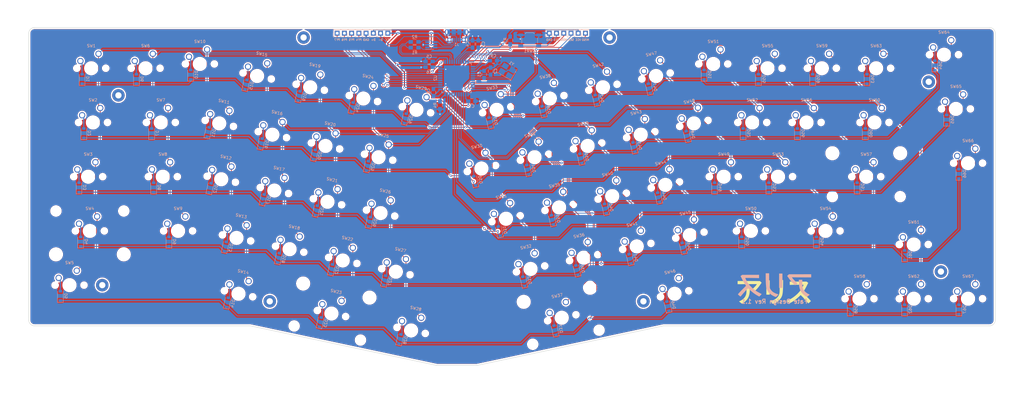
<source format=kicad_pcb>
(kicad_pcb (version 20201220) (generator pcbnew)
  (title_block (rev "1.1"))
  (layers (0 "F.Cu" signal) (31 "B.Cu" signal) (34 "B.Paste" user) (35 "F.Paste" user) (36 "B.SilkS" user "B.Silkscreen") (37 "F.SilkS" user "F.Silkscreen") (38 "B.Mask" user) (39 "F.Mask" user) (44 "Edge.Cuts" user))
  (net 0 "")
  (net 1 "GND")
  (net 2 "XTAL1")
  (net 3 "XTAL2")
  (net 4 "VCC")
  (net 5 "Net-(C4-Pad1)")
  (net 6 "Net-(D1-Pad2)")
  (net 7 "/row0")
  (net 8 "/row1")
  (net 9 "Net-(D2-Pad2)")
  (net 10 "Net-(D3-Pad2)")
  (net 11 "/row2")
  (net 12 "/row3")
  (net 13 "Net-(D4-Pad2)")
  (net 14 "Net-(D5-Pad2)")
  (net 15 "/row4")
  (net 16 "Net-(D6-Pad2)")
  (net 17 "Net-(D7-Pad2)")
  (net 18 "Net-(D8-Pad2)")
  (net 19 "Net-(D9-Pad2)")
  (net 20 "Net-(D10-Pad2)")
  (net 21 "Net-(D11-Pad2)")
  (net 22 "Net-(D12-Pad2)")
  (net 23 "Net-(D13-Pad2)")
  (net 24 "Net-(D14-Pad2)")
  (net 25 "Net-(D15-Pad2)")
  (net 26 "Net-(D16-Pad2)")
  (net 27 "Net-(D17-Pad2)")
  (net 28 "Net-(D18-Pad2)")
  (net 29 "Net-(D19-Pad2)")
  (net 30 "Net-(D20-Pad2)")
  (net 31 "Net-(D21-Pad2)")
  (net 32 "Net-(D22-Pad2)")
  (net 33 "Net-(D23-Pad2)")
  (net 34 "Net-(D24-Pad2)")
  (net 35 "Net-(D25-Pad2)")
  (net 36 "Net-(D26-Pad2)")
  (net 37 "Net-(D27-Pad2)")
  (net 38 "Net-(D28-Pad2)")
  (net 39 "Net-(D29-Pad2)")
  (net 40 "Net-(D30-Pad2)")
  (net 41 "Net-(D31-Pad2)")
  (net 42 "Net-(D32-Pad2)")
  (net 43 "Net-(D33-Pad2)")
  (net 44 "Net-(D34-Pad2)")
  (net 45 "Net-(D35-Pad2)")
  (net 46 "Net-(D36-Pad2)")
  (net 47 "Net-(D37-Pad2)")
  (net 48 "Net-(D38-Pad2)")
  (net 49 "Net-(D39-Pad2)")
  (net 50 "Net-(D40-Pad2)")
  (net 51 "Net-(D41-Pad2)")
  (net 52 "Net-(D42-Pad2)")
  (net 53 "Net-(D43-Pad2)")
  (net 54 "Net-(D44-Pad2)")
  (net 55 "Net-(D45-Pad2)")
  (net 56 "Net-(D46-Pad2)")
  (net 57 "Net-(D47-Pad2)")
  (net 58 "Net-(D48-Pad2)")
  (net 59 "Net-(D49-Pad2)")
  (net 60 "Net-(D50-Pad2)")
  (net 61 "Net-(D51-Pad2)")
  (net 62 "Net-(D52-Pad2)")
  (net 63 "Net-(D53-Pad2)")
  (net 64 "Net-(D54-Pad2)")
  (net 65 "Net-(D55-Pad2)")
  (net 66 "Net-(D56-Pad2)")
  (net 67 "Net-(D57-Pad2)")
  (net 68 "Net-(D58-Pad2)")
  (net 69 "Net-(D59-Pad2)")
  (net 70 "Net-(D60-Pad2)")
  (net 71 "Net-(D61-Pad2)")
  (net 72 "Net-(D62-Pad2)")
  (net 73 "Net-(D63-Pad2)")
  (net 74 "Net-(D64-Pad2)")
  (net 75 "Net-(D65-Pad2)")
  (net 76 "Net-(D66-Pad2)")
  (net 77 "Net-(D67-Pad2)")
  (net 78 "Net-(J1-Pad3)")
  (net 79 "Net-(J1-Pad4)")
  (net 80 "Net-(J1-Pad2)")
  (net 81 "/MISO")
  (net 82 "/SCK")
  (net 83 "/MOSI")
  (net 84 "/~RES~")
  (net 85 "/PF4")
  (net 86 "/PF5")
  (net 87 "/PF6")
  (net 88 "/PF7")
  (net 89 "D+")
  (net 90 "D-")
  (net 91 "Net-(R4-Pad1)")
  (net 92 "/col0")
  (net 93 "/col1")
  (net 94 "/col2")
  (net 95 "/col3")
  (net 96 "/col4")
  (net 97 "/col5")
  (net 98 "/col6")
  (net 99 "/col8")
  (net 100 "/col9")
  (net 101 "/col10")
  (net 102 "/col11")
  (net 103 "/col12")
  (net 104 "/col13")
  (net 105 "Net-(U1-Pad3)")
  (net 106 "Net-(U1-Pad1)")
  (net 107 "Net-(U2-Pad42)")
  (footprint "MX_Switch:SW_Cherry_MX_1.00u_PCB" (layer "F.Cu") (at 122.880938 74.341971 -12)
    (fp_text reference "SW21")
    (fp_text value "SW_Push")
  )
  (footprint "MX_Switch:SW_Cherry_MX_1.00u_PCB" (layer "F.Cu") (at 109.60331 90.995312 -12)
    (fp_text reference "SW18")
    (fp_text value "SW_Push")
  )
  (footprint "MX_Switch:SW_Cherry_MX_1.00u_PCB" (layer "F.Cu") (at 141.514648 78.302698 -12)
    (fp_text reference "SW26")
    (fp_text value "SW_Push")
  )
  (footprint "MX_Switch:SW_Cherry_MX_1.00u_PCB" (layer "F.Cu") (at 227.441088 93.965196 12)
    (fp_text reference "SW41")
    (fp_text value "SW_Push")
  )
  (footprint "MX_Switch:SW_Cherry_MX_1.00u_PCB" (layer "F.Cu") (at 178.29165 45.985428 12)
    (fp_text reference "SW33")
    (fp_text value "SW_Push")
  )
  (footprint "MX_Switch:SW_Cherry_MX_1.00u_PCB" (layer "F.Cu") (at 196.925362 42.02471 12)
    (fp_text reference "SW38")
    (fp_text value "SW_Push")
  )
  (footprint "MX_Switch:SW_Cherry_MX_1.00u_PCB" (layer "F.Cu") (at 200.188255 80.282361 12)
    (fp_text reference "SW35")
    (fp_text value "SW_Push")
  )
  (footprint "MX_Switch:SW_Cherry_MX_2.00u_PCB_ReversedStabilizers" (layer "F.Cu") (at 114.959436 111.609368 -12)
    (fp_text reference "SW23")
    (fp_text value "SW_Push")
  )
  (footprint "MX_Switch:SW_Cherry_MX_1.00u_PCB" (layer "F.Cu") (at 140.816981 58.678804 -12)
    (fp_text reference "SW25")
    (fp_text value "SW_Push")
  )
  (footprint "MX_Switch:SW_Cherry_MX_1.00u_PCB" (layer "F.Cu") (at 278.775 67.295)
    (fp_text reference "SW53")
    (fp_text value "SW_Push")
  )
  (footprint "MX_Switch:SW_Cherry_MX_1.00u_PCB" (layer "F.Cu") (at 190.173665 101.886631 12)
    (fp_text reference "SW32")
    (fp_text value "SW_Push")
  )
  (footprint "MX_Switch:SW_Cherry_MX_1.00u_PCB" (layer "F.Cu") (at 269.735 48.245)
    (fp_text reference "SW52")
    (fp_text value "SW_Push")
  )
  (footprint "MX_Switch:SW_Cherry_MX_1.00u_PCB" (layer "F.Cu") (at 256.045 27.694615)
    (fp_text reference "SW51")
    (fp_text value "SW_Push")
  )
  (footprint "MX_Switch:SW_Cherry_MX_1.00u_PCB" (layer "F.Cu") (at 152.226866 119.530795 -12)
    (fp_text reference "SW28")
    (fp_text value "SW_Push")
  )
  (footprint "MX_Switch:SW_Cherry_MX_1.00u_PCB" (layer "F.Cu") (at 218.821967 76.321644 12)
    (fp_text reference "SW40")
    (fp_text value "SW_Push")
  )
  (footprint "MX_Switch:SW_Cherry_MX_1.00u_PCB" (layer "F.Cu") (at 122.183271 54.718077 -12)
    (fp_text reference "SW20")
    (fp_text value "SW_Push")
  )
  (footprint "MX_Switch:SW_Cherry_MX_1.00u_PCB" (layer "F.Cu") (at 116.82722 34.103999 -12)
    (fp_text reference "SW19")
    (fp_text value "SW_Push")
  )
  (footprint "MX_Switch:SW_Cherry_MX_1.00u_PCB" (layer "F.Cu") (at 269.250019 86.344998)
    (fp_text reference "SW50")
    (fp_text value "SW_Push")
  )
  (footprint "MX_Switch:SW_Cherry_MX_1.00u_PCB" (layer "F.Cu") (at 172.935423 66.599527 12)
    (fp_text reference "SW30")
    (fp_text value "SW_Push")
  )
  (footprint "MX_Switch:SW_Cherry_MX_1.50u_PCB" (layer "F.Cu") (at 236.060259 111.608708 12)
    (fp_text reference "SW46")
    (fp_text value "SW_Push")
  )
  (footprint "MX_Switch:SW_Cherry_MX_1.00u_PCB" (layer "F.Cu") (at 228.836558 54.717374 12)
    (fp_text reference "SW43")
    (fp_text value "SW_Push")
  )
  (footprint "MX_Switch:SW_Cherry_MX_1.00u_PCB" (layer "F.Cu") (at 259.725 67.295)
    (fp_text reference "SW49")
    (fp_text value "SW_Push")
  )
  (footprint "MX_Switch:SW_Cherry_MX_1.00u_PCB" (layer "F.Cu") (at 191.569134 62.638809 12)
    (fp_text reference "SW34")
    (fp_text value "SW_Push")
  )
  (footprint "MX_Switch:SW_Cherry_MX_1.00u_PCB" (layer "F.Cu") (at 247.47027 50.756656 12)
    (fp_text reference "SW48")
    (fp_text value "SW_Push")
  )
  (footprint "MX_Switch:SW_Cherry_MX_1.00u_PCB" (layer "F.Cu") (at 234.192785 34.103275 12)
    (fp_text reference "SW47")
    (fp_text value "SW_Push")
  )
  (footprint "MX_Switch:SW_Cherry_MX_1.00u_PCB" (layer "F.Cu") (at 246.0748 90.004478 12)
    (fp_text reference "SW45")
    (fp_text value "SW_Push")
  )
  (footprint "MX_Switch:SW_Cherry_MX_1.00u_PCB" (layer "F.Cu") (at 237.455679 72.360926 12)
    (fp_text reference "SW44")
    (fp_text value "SW_Push")
  )
  (footprint "MX_Switch:SW_Cherry_MX_1.00u_PCB" (layer "F.Cu") (at 135.460932 38.064717 -12)
    (fp_text reference "SW24")
    (fp_text value "SW_Push")
  )
  (footprint "MX_Switch:SW_Cherry_MX_1.00u_PCB" (layer "F.Cu") (at 128.237019 94.956039 -12)
    (fp_text reference "SW22")
    (fp_text value "SW_Push")
  )
  (footprint "MX_Switch:SW_Cherry_MX_1.00u_PCB" (layer "F.Cu") (at 215.559074 38.063993 12)
    (fp_text reference "SW42")
    (fp_text value "SW_Push")
  )
  (footprint "MX_Switch:SW_Cherry_MX_1.00u_PCB" (layer "F.Cu") (at 210.202846 58.678092 12)
    (fp_text reference "SW39")
    (fp_text value "SW_Push")
  )
  (footprint "MX_Switch:SW_Cherry_MX_1.00u_PCB" (layer "F.Cu") (at 181.554544 84.243079 12)
    (fp_text reference "SW31")
    (fp_text value "SW_Push")
  )
  (footprint "MX_Switch:SW_Cherry_MX_1.00u_PCB" (layer "F.Cu") (at 146.870729 98.916766 -12)
    (fp_text reference "SW27")
    (fp_text value "SW_Push")
  )
  (footprint "MX_Switch:SW_Cherry_MX_1.00u_PCB" (layer "F.Cu") (at 208.807377 97.925913 12)
    (fp_text reference "SW36")
    (fp_text value "SW_Push")
  )
  (footprint "MX_Switch:SW_Cherry_MX_1.00u_PCB" (layer "F.Cu") (at 154.094644 42.025434 -12)
    (fp_text reference "SW29")
    (fp_text value "SW_Push")
  )
  (footprint "MX_Switch:SW_Cherry_MX_1.00u_PCB" (layer "F.Cu") (at 85.613518 66.420517 -12)
    (fp_text reference "SW12")
    (fp_text value "SW_Push")
  )
  (footprint "MX_Switch:SW_Cherry_MX_1.00u_PCB" (layer "F.Cu") (at 84.915851 46.796624 -12)
    (fp_text reference "SW11")
    (fp_text value "SW_Push")
  )
  (footprint "MX_Switch:SW_Cherry_MX_1.00u_PCB" (layer "F.Cu") (at 75.915 27.694615)
    (fp_text reference "SW10")
    (fp_text value "SW_Push")
  )
  (footprint "MX_Switch:SW_Cherry_MX_1.00u_PCB" (layer "F.Cu") (at 62.225 48.245)
    (fp_text reference "SW7")
    (fp_text value "SW_Push")
  )
  (footprint "MX_Switch:SW_Cherry_MX_1.50u_PCB" (layer "F.Cu") (at 25.4225 105.395)
    (fp_text reference "SW5")
    (fp_text value "SW_Push")
  )
  (footprint "MX_Switch:SW_Cherry_MX_1.00u_PCB" (layer "F.Cu") (at 37.815 29.195)
    (fp_text reference "SW1")
    (fp_text value "SW_Push")
  )
  (footprint "MX_Switch:SW_Cherry_MX_1.00u_PCB" (layer "F.Cu") (at 62.925 67.295)
    (fp_text reference "SW8")
    (fp_text value "SW_Push")
  )
  (footprint "MX_Switch:SW_Cherry_MX_1.75u_PCB" (layer "F.Cu") (at 29.5875 67.295)
    (fp_text reference "SW3")
    (fp_text value "SW_Push")
  )
  (footprint "MX_Switch:SW_Cherry_MX_1.00u_PCB" (layer "F.Cu") (at 56.865 29.195)
    (fp_text reference "SW6")
    (fp_text value "SW_Push")
  )
  (footprint "MX_Switch:SW_Cherry_MX_1.00u_PCB" (layer "F.Cu") (at 104.247228 70.381244 -12)
    (fp_text reference "SW17")
    (fp_text value "SW_Push")
  )
  (footprint "MX_Switch:SW_Cherry_MX_1.00u_PCB" (layer "F.Cu") (at 103.549561 50.75735 -12)
    (fp_text reference "SW16")
    (fp_text value "SW_Push")
  )
  (footprint "MX_Switch:SW_Cherry_MX_1.50u_PCB" (layer "F.Cu") (at 87.008873 105.668295 -12)
    (fp_text reference "SW14")
    (fp_text value "SW_Push")
  )
  (footprint "MX_Switch:SW_Cherry_MX_1.00u_PCB" (layer "F.Cu") (at 68.275 86.345)
    (fp_text reference "SW9")
    (fp_text value "SW_Push")
  )
  (footprint "MX_Switch:SW_Cherry_MX_1.50u_PCB" (layer "F.Cu") (at 33.6525 48.245)
    (fp_text reference "SW2")
    (fp_text value "SW_Push")
  )
  (footprint "MX_Switch:SW_Cherry_MX_1.00u_PCB" (layer "F.Cu") (at 90.9696 87.034586 -12)
    (fp_text reference "SW13")
    (fp_text value "SW_Push")
  )
  (footprint "MX_Switch:SW_Cherry_MX_1.00u_PCB" (layer "F.Cu") (at 341.18 43.482516)
    (fp_text reference "SW65")
    (fp_text value "SW_Push")
  )
  (footprint "MX_Switch:SW_Cherry_MX_1.00u_PCB" (layer "F.Cu") (at 288.785 48.245)
    (fp_text reference "SW56")
    (fp_text value "SW_Push")
  )
  (footprint "MX_Switch:SW_Cherry_MX_1.00u_PCB" (layer "F.Cu") (at 345.449949 62.532519)
    (fp_text reference "SW66")
    (fp_text value "SW_Push")
  )
  (footprint "MX_Switch:SW_Cherry_MX_2.25u_PCB_ReversedStabilizers" (layer "F.Cu") (at 297.825 67.295)
    (fp_text reference "SW57")
    (fp_text value "SW_Push")
  )
  (footprint "MX_Switch:SW_Cherry_MX_1.00u_PCB" (layer "F.Cu") (at 313.195 29.195)
    (fp_text reference "SW63")
    (fp_text value "SW_Push")
  )
  (footprint "MX_Switch:SW_Cherry_MX_1.00u_PCB" (layer "F.Cu") (at 345.449949 110.157503)
    (fp_text reference "SW67")
    (fp_text value "SW_Push")
  )
  (footprint "MX_Switch:SW_Cherry_MX_1.00u_PCB" (layer "F.Cu") (at 337.007542 24.432509)
    (fp_text reference "SW64")
    (fp_text value "SW_Push")
  )
  (footprint "MX_Switch:SW_Cherry_MX_1.50u_PCB" (layer "F.Cu") (at 307.8425 48.245)
    (fp_text reference "SW60")
    (fp_text value "SW_Push")
  )
  (footprint "MX_Switch:SW_Cherry_MX_1.00u_PCB" (layer "F.Cu") (at 275.095 29.195)
    (fp_text reference "SW55")
    (fp_text value "SW_Push")
  )
  (footprint "MX_Switch:SW_Cherry_MX_1.75u_PCB" (layer "F.Cu") (at 288.300019 86.344998)
    (fp_text reference "SW54")
    (fp_text value "SW_Push")
  )
  (footprint "MX_Switch:SW_Cherry_MX_1.00u_PCB" (layer "F.Cu") (at 294.145 29.195)
    (fp_text reference "SW59")
    (fp_text value "SW_Push")
  )
  (footprint "MX_Switch:SW_Cherry_MX_1.00u_PCB" (layer "F.Cu") (at 307.349949 110.157503)
    (fp_text reference "SW58")
    (fp_text value "SW_Push")
  )
  (footprint "MX_Switch:SW_Cherry_MX_1.00u_PCB" (layer "F.Cu") (at 326.399949 91.107503)
    (fp_text reference "SW61")
    (fp_text value "SW_Push")
  )
  (footprint "MX_Switch:SW_Cherry_MX_1.00u_PCB" (layer "F.Cu") (at 326.399949 110.157503)
    (fp_text reference "SW62")
    (fp_text value "SW_Push")
  )
  (footprint "MX_Switch:SW_Cherry_MX_2.25u_PCB" (layer "F.Cu") (at 25.4125 86.345)
    (fp_text reference "SW4")
    (fp_text value "SW_Push")
  )
  (footprint "MX_Switch:SW_Cherry_MX_1.00u_PCB" (layer "F.Cu") (at 98.193509 30.143281 -12)
    (fp_text reference "SW15")
    (fp_text value "SW_Push")
  )
  (footprint "MX_Switch:SW_Cherry_MX_2.75u_PCB_ReversedStabilizers" (layer "F.Cu") (at 184.817553 122.500669 12)
    (fp_text reference "SW37")
    (fp_text value "SW_Push")
  )
  (footprint "arisu:arisu-logo" (layer "F.Cu") (at 287.02 117.301251)
    (fp_text reference "G***" hide)
    (fp_text value "LOGO" hide)
  )
  (footprint "Mounting_Holes:MountingHole_2.2mm_M2_Pad" (layer "F.Cu") (at 51.1975 114.92)
    (fp_text reference "H2")
    (fp_text value "MountingHole")
  )
  (footprint "Mounting_Holes:MountingHole_2.2mm_M2_Pad" (layer "F.Cu") (at 121.82722 27.932509)
    (fp_text reference "H3")
    (fp_text value "MountingHole")
  )
  (footprint "Mounting_Holes:MountingHole_2.2mm_M2_Pad" (layer "F.Cu") (at 229.192785 27.932509)
    (fp_text reference "H5")
    (fp_text value "MountingHole")
  )
  (footprint "Mounting_Holes:MountingHole_2.2mm_M2_Pad" (layer "F.Cu") (at 241.060266 120.60872)
    (fp_text reference "H6")
    (fp_text value "MountingHole")
  )
  (footprint "Mounting_Holes:MountingHole_2.2mm_M2_Pad" (layer "F.Cu") (at 341.18 43.482516)
    (fp_text reference "H7")
    (fp_text value "MountingHole")
  )
  (footprint "Mounting_Holes:MountingHole_2.2mm_M2_Pad" (layer "F.Cu") (at 345.449949 110.157503)
    (fp_text reference "H8")
    (fp_text value "MountingHole")
  )
  (footprint "Mounting_Holes:MountingHole_2.2mm_M2_Pad" (layer "F.Cu") (at 56.865 48.245)
    (fp_text reference "H1" hide)
    (fp_text value "MountingHole")
  )
  (footprint "Mounting_Holes:MountingHole_2.2mm_M2_Pad" (layer "F.Cu") (at 109.959436 120.609368)
    (fp_text reference "H4")
    (fp_text value "MountingHole")
  )
  (footprint "Diodes_SMD:D_SOD-123" (layer "B.Cu") (at 36.485 118.695 90)
    (fp_text reference "D5")
    (fp_text value "D")
  )
  (footprint "Diodes_SMD:D_SOD-123" (layer "B.Cu") (at 43.03125 80.595 90)
    (fp_text reference "D3")
    (fp_text value "D")
  )
  (footprint "Diodes_SMD:D_SOD-123" (layer "B.Cu") (at 44.715 61.545 90)
    (fp_text reference "D2")
    (fp_text value "D")
  )
  (footprint "Capacitors_SMD:C_0805_HandSoldering" (layer "B.Cu") (at 183.134 30.226 90)
    (fp_text reference "C3")
    (fp_text value "10uF")
  )
  (footprint "Capacitors_SMD:C_0805_HandSoldering" (layer "B.Cu") (at 180.848 50.292)
    (fp_text reference "C7")
    (fp_text value "0.1uF")
  )
  (footprint "Diodes_SMD:D_SOD-123" (layer "B.Cu") (at 63.165 42.495 90)
    (fp_text reference "D6")
    (fp_text value "D")
  )
  (footprint "Capacitors_SMD:C_0805_HandSoldering" (layer "B.Cu") (at 167.386 47.244 90)
    (fp_text reference "C8")
    (fp_text value "0.1uF")
  )
  (footprint "Diodes_SMD:D_SOD-123" (layer "B.Cu") (at 69.225 80.595 90)
    (fp_text reference "D8")
    (fp_text value "D")
  )
  (footprint "Diodes_SMD:D_SOD-123" (layer "B.Cu") (at 68.525 61.545 90)
    (fp_text reference "D7")
    (fp_text value "D")
  )
  (footprint "Diodes_SMD:D_SOD-123" (layer "B.Cu") (at 43.61875 99.645 90)
    (fp_text reference "D4")
    (fp_text value "D")
  )
  (footprint "Capacitors_SMD:C_0805_HandSoldering" (layer "B.Cu") (at 165.882 38.354 180)
    (fp_text reference "C6")
    (fp_text value "0.1uF")
  )
  (footprint "Capacitors_SMD:C_0805_HandSoldering" (layer "B.Cu") (at 181.102 30.226 90)
    (fp_text reference "C4")
    (fp_text value "1uF (±10%)")
  )
  (footprint "Diodes_SMD:D_SOD-123" (layer "B.Cu") (at 120.22722 48.423999 78)
    (fp_text reference "D19")
    (fp_text value "D")
  )
  (footprint "Diodes_SMD:D_SOD-123" (layer "B.Cu") (at 127.676293 127.909749 78)
    (fp_text reference "D23")
    (fp_text value "D")
  )
  (footprint "Diodes_SMD:D_SOD-123" (layer "B.Cu") (at 131.637019 109.276039 78)
    (fp_text reference "D22")
    (fp_text value "D")
  )
  (footprint "Diodes_SMD:D_SOD-123" (layer "B.Cu") (at 88.315851 61.116624 78)
    (fp_text reference "D11")
    (fp_text value "D")
  )
  (footprint "Diodes_SMD:D_SOD-123" (layer "B.Cu") (at 82.215 40.994615 90)
    (fp_text reference "D10")
    (fp_text value "D")
  )
  (footprint "Diodes_SMD:D_SOD-123" (layer "B.Cu") (at 150.270729 113.236766 78)
    (fp_text reference "D27")
    (fp_text value "D")
  )
  (footprint "Diodes_SMD:D_SOD-123" (layer "B.Cu") (at 125.583271 69.038077 78)
    (fp_text reference "D20")
    (fp_text value "D")
  )
  (footprint "Diodes_SMD:D_SOD-123" (layer "B.Cu") (at 94.3696 101.354586 78)
    (fp_text reference "D13")
    (fp_text value "D")
  )
  (footprint "Diodes_SMD:D_SOD-123" (layer "B.Cu") (at 107.647228 84.701244 78)
    (fp_text reference "D17")
    (fp_text value "D")
  )
  (footprint "Diodes_SMD:D_SOD-123" (layer "B.Cu") (at 95.067301 120.978474 78)
    (fp_text reference "D14")
    (fp_text value "D")
  )
  (footprint "Diodes_SMD:D_SOD-123" (layer "B.Cu") (at 144.216981 72.998804 78)
    (fp_text reference "D25")
    (fp_text value "D")
  )
  (footprint "Diodes_SMD:D_SOD-123" (layer "B.Cu") (at 89.013518 80.740517 78)
    (fp_text reference "D12")
    (fp_text value "D")
  )
  (footprint "Diodes_SMD:D_SOD-123" (layer "B.Cu") (at 138.860932 52.384717 78)
    (fp_text reference "D24")
    (fp_text value "D")
  )
  (footprint "Diodes_SMD:D_SOD-123" (layer "B.Cu") (at 126.280938 88.661971 78)
    (fp_text reference "D21")
    (fp_text value "D")
  )
  (footprint "Diodes_SMD:D_SOD-123" (layer "B.Cu") (at 106.949561 65.07735 78)
    (fp_text reference "D16")
    (fp_text value "D")
  )
  (footprint "Diodes_SMD:D_SOD-123" (layer "B.Cu") (at 113.00331 105.315312 78)
    (fp_text reference "D18")
    (fp_text value "D")
  )
  (footprint "Diodes_SMD:D_SOD-123" (layer "B.Cu") (at 144.914648 92.622698 78)
    (fp_text reference "D26")
    (fp_text value "D")
  )
  (footprint "Diodes_SMD:D_SOD-123" (layer "B.Cu") (at 332.699949 104.407503 90)
    (fp_text reference "D61")
    (fp_text value "D")
  )
  (footprint "Diodes_SMD:D_SOD-123" (layer "B.Cu") (at 281.395 42.495 90)
    (fp_text reference "D55")
    (fp_text value "D")
  )
  (footprint "Diodes_SMD:D_SOD-123" (layer "B.Cu") (at 237.764558 66.417374 102)
    (fp_text reference "D43")
    (fp_text value "D")
  )
  (footprint "Diodes_SMD:D_SOD-123" (layer "B.Cu") (at 301.743769 99.644998 90)
    (fp_text reference "D54")
    (fp_text value "D")
  )
  (footprint "Diodes_SMD:D_SOD-123" (layer "B.Cu") (at 276.035 61.545 90)
    (fp_text reference "D52")
    (fp_text value "D")
  )
  (footprint "Diodes_SMD:D_SOD-123" (layer "B.Cu") (at 262.345 40.994615 90)
    (fp_text reference "D51")
    (fp_text value "D")
  )
  (footprint "Diodes_SMD:D_SOD-123" (layer "B.Cu") (at 190.482544 95.943079 102)
    (fp_text reference "D31")
    (fp_text value "D")
  )
  (footprint "Diodes_SMD:D_SOD-123" (layer "B.Cu") (at 249.646702 122.318526 102)
    (fp_text reference "D46")
    (fp_text value "D")
  )
  (footprint "Diodes_SMD:D_SOD-123" (layer "B.Cu") (at 227.749967 88.021644 102)
    (fp_text reference "D40")
    (fp_text value "D")
  )
  (footprint "Diodes_SMD:D_SOD-123" (layer "B.Cu") (at 155.626866 133.850795 78)
    (fp_text reference "D28")
    (fp_text value "D")
  )
  (footprint "Diodes_SMD:D_SOD-123" (layer "B.Cu") (at 243.120785 45.803275 102)
    (fp_text reference "D47")
    (fp_text value "D")
  )
  (footprint "Diodes_SMD:D_SOD-123" (layer "B.Cu") (at 157.494644 56.345434 78)
    (fp_text reference "D29")
    (fp_text value "D")
  )
  (footprint "Diodes_SMD:D_SOD-123" (layer "B.Cu") (at 246.383679 84.060926 102)
    (fp_text reference "D44")
    (fp_text value "D")
  )
  (footprint "Diodes_SMD:D_SOD-123" (layer "B.Cu") (at 181.863423 78.299527 102)
    (fp_text reference "D30")
    (fp_text value "D")
  )
  (footprint "Diodes_SMD:D_SOD-123" (layer "B.Cu") (at 318.905 61.545 90)
    (fp_text reference "D60")
    (fp_text value "D")
  )
  (footprint "Diodes_SMD:D_SOD-123" (layer "B.Cu") (at 300.445 42.495 90)
    (fp_text reference "D59")
    (fp_text value "D")
  )
  (footprint "Diodes_SMD:D_SOD-123" (layer "B.Cu") (at 295.085 61.545 90)
    (fp_text reference "D56")
    (fp_text value "D")
  )
  (footprint "Diodes_SMD:D_SOD-123" (layer "B.Cu") (at 200.497134 74.338809 102)
    (fp_text reference "D34")
    (fp_text value "D")
  )
  (footprint "Diodes_SMD:D_SOD-123" (layer "B.Cu") (at 219.130846 70.378092 102)
    (fp_text reference "D39")
    (fp_text value "D")
  )
  (footprint "Diodes_SMD:D_SOD-123" (layer "B.Cu") (at 187.21965 57.685428 102)
    (fp_text reference "D33")
    (fp_text value "D")
  )
  (footprint "Diodes_SMD:D_SOD-123" (layer "B.Cu") (at 313.649949 123.457503 90)
    (fp_text reference "D58")
    (fp_text value "D")
  )
  (footprint "Diodes_SMD:D_SOD-123" (layer "B.Cu") (at 316.03125 80.595 90)
    (fp_text reference "D57")
    (fp_text value "D")
  )
  (footprint "Diodes_SMD:D_SOD-123" (layer "B.Cu") (at 236.369088 105.665196 102)
    (fp_text reference "D41")
    (fp_text value "D")
  )
  (footprint "Diodes_SMD:D_SOD-123" (layer "B.Cu") (at 285.075 80.595 90)
    (fp_text reference "D53")
    (fp_text value "D")
  )
  (footprint "Diodes_SMD:D_SOD-123" (layer "B.Cu") (at 256.39827 62.456656 102)
    (fp_text reference "D48")
    (fp_text value "D")
  )
  (footprint "Diodes_SMD:D_SOD-123" (layer "B.Cu") (at 210.050066 130.735038 102)
    (fp_text reference "D37")
    (fp_text value "D")
  )
  (footprint "Diodes_SMD:D_SOD-123" (layer "B.Cu") (at 205.853362 53.72471 102)
    (fp_text reference "D38")
    (fp_text value "D")
  )
  (footprint "Diodes_SMD:D_SOD-123" (layer "B.Cu") (at 266.025 80.595 90)
    (fp_text reference "D49")
    (fp_text value "D")
  )
  (footprint "Diodes_SMD:D_SOD-123" (layer "B.Cu") (at 224.487074 49.763993 102)
    (fp_text reference "D42")
    (fp_text value "D")
  )
  (footprint "Diodes_SMD:D_SOD-123" (layer "B.Cu") (at 209.116255 91.982361 102)
    (fp_text reference "D35")
    (fp_text value "D")
  )
  (footprint "Diodes_SMD:D_SOD-123" (layer "B.Cu") (at 217.735377 109.625913 102)
    (fp_text reference "D36")
    (fp_text value "D")
  )
  (footprint "Diodes_SMD:D_SOD-123" (layer "B.Cu") (at 319.495 42.495 90)
    (fp_text reference "D63")
    (fp_text value "D")
  )
  (footprint "Diodes_SMD:D_SOD-123" (layer "B.Cu") (at 275.550019 99.644998 90)
    (fp_text reference "D50")
    (fp_text value "D")
  )
  (footprint "Diodes_SMD:D_SOD-123" (layer "B.Cu") (at 332.699949 123.457503 90)
    (fp_text reference "D62")
    (fp_text value "D")
  )
  (footprint "Diodes_SMD:D_SOD-123" (layer "B.Cu") (at 347.48 56.782516 90)
    (fp_text reference "D65")
    (fp_text value "D")
  )
  (footprint "Pin_Headers:Pin_Header_Straight_1x01_Pitch2.54mm" (layer "B.Cu") (at 220.726 26.416)
    (fp_text reference "MISO")
    (fp_text value "MISO")
  )
  (footprint "Pin_Headers:Pin_Header_Straight_1x01_Pitch2.54mm" (layer "B.Cu") (at 213.106 26.416)
    (fp_text reference "MOSI")
    (fp_text value "MOSI")
  )
  (footprint "Pin_Headers:Pin_Header_Straight_1x01_Pitch2.54mm" (layer "B.Cu") (at 208.026 26.416)
    (fp_text reference "GND")
    (fp_text value "GND")
  )
  (footprint "Diodes_SMD:D_SOD-123" (layer "B.Cu") (at 351.749949 123.457503 90)
    (fp_text reference "D67")
    (fp_text value "D")
  )
  (footprint "Diodes_SMD:D_SOD-123" (layer "B.Cu") (at 343.307542 37.732509 90)
    (fp_text reference "D64")
    (fp_text value "D")
  )
  (footprint "Diodes_SMD:D_SOD-123" (layer "B.Cu") (at 351.749949 75.832519 90)
    (fp_text reference "D66")
    (fp_text value "D")
  )
  (footprint "Resistors_SMD:R_0805_HandSoldering" (layer "B.Cu") (at 169.672 51.736 -90)
    (fp_text reference "R4")
    (fp_text value "10K")
  )
  (footprint "Pin_Headers:Pin_Header_Straight_1x01_Pitch2.54mm" (layer "B.Cu") (at 218.186 26.416)
    (fp_text reference "VCC")
    (fp_text value "VCC")
  )
  (footprint "Buttons_Switches_SMD:SW_SPST_TL3342" (layer "B.Cu") (at 201.168 28.956 180)
    (fp_text reference "SWR1")
    (fp_text value "SW_Push")
  )
  (footprint "Diodes_SMD:D_SOD-123" (layer "B.Cu") (at 101.593509 44.463281 78)
    (fp_text reference "D15")
    (fp_text value "D")
  )
  (footprint "Housings_QFP:TQFP-44_10x10mm_Pitch0.8mm" (layer "B.Cu") (at 175.514 42.164 -90)
    (fp_text reference "U2")
    (fp_text value "ATmega32U4-AU")
  )
  (footprint "Capacitors_SMD:C_0805_HandSoldering" (layer "B.Cu") (at 185.166 40.894 -90)
    (fp_text reference "C1")
    (fp_text value "22pF")
  )
  (footprint "Pin_Headers:Pin_Header_Straight_1x01_Pitch2.54mm" (layer "B.Cu") (at 210.566 26.416)
    (fp_text reference "RES")
    (fp_text value "RES")
  )
  (footprint "Connectors_USB:USB_Micro-B_Molex-105017-0001" (layer "B.Cu") (at 175.509855 26.358)
    (fp_text reference "J1")
    (fp_text value "USB_B_Micro")
  )
  (footprint "Pin_Headers:Pin_Header_Straight_1x01_Pitch2.54mm" (layer "B.Cu") (at 215.646 26.416)
    (fp_text reference "SCK")
    (fp_text value "SCK")
  )
  (footprint "TO_SOT_Packages_SMD:SOT-23-6_Handsoldering" (layer "B.Cu") (at 166.624 30.48)
    (fp_text reference "U1")
    (fp_text value "USBLC6-2SC6")
  )
  (footprint "Pin_Headers:Pin_Header_Straight_1x01_Pitch2.54mm" (layer "B.Cu") (at 141.224 26.416)
    (fp_text reference "PF4")
    (fp_text value "PF4")
  )
  (footprint "Pin_Headers:Pin_Header_Straight_1x01_Pitch2.54mm" (layer "B.Cu") (at 136.144 26.416)
    (fp_text reference "PF6")
    (fp_text value "PF6")
  )
  (footprint "Pin_Headers:Pin_Header_Straight_1x01_Pitch2.54mm" (layer "B.Cu") (at 133.604 26.416)
    (fp_text reference "PF7")
    (fp_text value "PF7")
  )
  (footprint "Pin_Headers:Pin_Header_Straight_1x01_Pitch2.54mm" (layer "B.Cu") (at 138.684 26.416)
    (fp_text reference "PF5")
    (fp_text value "PF5")
  )
  (footprint "Pin_Headers:Pin_Header_Straight_1x01_Pitch2.54mm" (layer "B.Cu") (at 151.384 26.416)
    (fp_text reference "VCC")
    (fp_text value "VCC")
  )
  (footprint "Pin_Headers:Pin_Header_Straight_1x01_Pitch2.54mm" (layer "B.Cu") (at 146.304 26.416)
    (fp_text reference "D+")
    (fp_text value "D+")
  )
  (footprint "Pin_Headers:Pin_Header_Straight_1x01_Pitch2.54mm" (layer "B.Cu") (at 148.844 26.416)
    (fp_text reference "D-")
    (fp_text value "D-")
  )
  (footprint "Pin_Headers:Pin_Header_Straight_1x01_Pitch2.54mm" (layer "B.Cu") (at 143.764 26.416)
    (fp_text reference "GND")
    (fp_text value "GND")
  )
  (footprint "Capacitors_SMD:C_0805_HandSoldering" (layer "B.Cu") (at 165.882 36.322 180)
    (fp_text reference "C5")
    (fp_text value "1uF")
  )
  (footprint "Resistors_SMD:R_0805_HandSoldering" (layer "B.Cu") (at 194.31 28.956 -90)
    (fp_text reference "R3")
    (fp_text value "10K")
  )
  (footprint "Resistors_SMD:R_0805_HandSoldering" (layer "B.Cu") (at 160.782 29.464)
    (fp_text reference "R2")
    (fp_text value "22")
  )
  (footprint "Diodes_SMD:D_SOD-123" (layer "B.Cu") (at 74.575 99.645 90)
    (fp_text reference "D9")
    (fp_text value "D")
  )
  (footprint "Resistors_SMD:R_0805_HandSoldering" (layer "B.Cu") (at 160.782 31.496)
    (fp_text reference "R1")
    (fp_text value "22")
  )
  (footprint "Diodes_SMD:D_SOD-123" (layer "B.Cu") (at 44.115 42.495 90)
    (fp_text reference "D1")
    (fp_text value "D")
  )
  (footprint "Diodes_SMD:D_SOD-123" (layer "B.Cu") (at 199.101665 113.586631 102)
    (fp_text reference "D32")
    (fp_text value "D")
  )
  (footprint "Diodes_SMD:D_SOD-123" (layer "B.Cu") (at 255.0028 101.704478 102)
    (fp_text reference "D45")
    (fp_text value "D")
  )
  (footprint "Capacitors_SMD:C_0805_HandSoldering" (layer "B.Cu") (at 188.448 36.068)
    (fp_text reference "C9")
    (fp_text value "0.1uF")
  )
  (footprint "Capacitors_SMD:C_0805_HandSoldering" (layer "B.Cu") (at 187.452 39.751 90)
    (fp_text reference "C2")
    (fp_text value "22pF")
  )
  (footprint "Crystals:Crystal_SMD_SeikoEpson_FA238-4pin_3.2x2.5mm_HandSoldering" (layer "B.Cu") (at 193.294 39.624 150)
    (fp_text reference "Y1")
    (fp_text value "Crystal_GND24")
  )
  (footprint "arisu:arisu-logo" (layer "B.Cu") (at 287.02 114.919998 180)
    (fp_text reference "G***" hide)
    (fp_text value "LOGO" hide)
  )
  (gr_line (start 168.6 143.125232) (end 182.63 143.125232) (layer "Edge.Cuts") (width 0.15))
  (gr_line (start 182.63 143.125232) (end 248.11 129.207503) (layer "Edge.Cuts") (width 0.15))
  (gr_arc (start 27.4125 26.432509) (end 25.4125 26.432509) (angle 90) (layer "Edge.Cuts") (width 0.15))
  (gr_arc (start 362.499949 26.432509) (end 364.499949 26.432509) (angle -90) (layer "Edge.Cuts") (width 0.15))
  (gr_arc (start 362.499949 127.207503) (end 364.499949 127.207503) (angle 90) (layer "Edge.Cuts") (width 0.15))
  (gr_line (start 25.4125 26.432509) (end 25.4125 127.207503) (layer "Edge.Cuts") (width 0.15))
  (gr_line (start 27.4125 129.207503) (end 103.1267 129.207503) (layer "Edge.Cuts") (width 0.15))
  (gr_line (start 364.499949 26.432509) (end 364.499949 127.207503) (layer "Edge.Cuts") (width 0.15))
  (gr_arc (start 27.4125 127.207503) (end 25.4125 127.207503) (angle -90) (layer "Edge.Cuts") (width 0.15))
  (gr_line (start 27.4125 24.432509) (end 362.499949 24.432509) (layer "Edge.Cuts") (width 0.15))
  (gr_line (start 248.11 129.207503) (end 362.499949 129.207503) (layer "Edge.Cuts") (width 0.15))
  (gr_line (start 103.1267 129.207503) (end 168.6 143.125232) (layer "Edge.Cuts") (width 0.15))
  (gr_text "Fate Design Rev 1.1" (at 287.02 120.65) (layer "B.SilkS") (effects (font (size 1.5 1.5) (thickness 0.3)) (justify mirror)))
  (via (at 163.068 38.354) (size 0.8) (drill 0.4) (layers "F.Cu" "B.Cu") (net 1))
  (via (at 183.134 27.432) (size 0.8) (drill 0.4) (layers "F.Cu" "B.Cu") (net 1))
  (via (at 181.102 27.432) (size 0.8) (drill 0.4) (layers "F.Cu" "B.Cu") (net 1))
  (via (at 171.704 39.116) (size 0.8) (drill 0.4) (layers "F.Cu" "B.Cu") (net 1))
  (via (at 169.672 54.864) (size 0.8) (drill 0.4) (layers "F.Cu" "B.Cu") (net 1))
  (via (at 163.068 36.322) (size 0.8) (drill 0.4) (layers "F.Cu" "B.Cu") (net 1))
  (via (at 197.866 28.448) (size 0.8) (drill 0.4) (layers "F.Cu" "B.Cu") (net 1))
  (via (at 183.134 40.386) (size 0.8) (drill 0.4) (layers "F.Cu" "B.Cu") (net 1))
  (via (at 163.83 30.48) (size 0.8) (drill 0.4) (layers "F.Cu" "B.Cu") (net 1))
  (via (at 183.642 50.292) (size 0.8) (drill 0.4) (layers "F.Cu" "B.Cu") (net 1))
  (via (at 171.704 44.196) (size 0.8) (drill 0.4) (layers "F.Cu" "B.Cu") (net 1))
  (via (at 191.008 34.798) (size 0.8) (drill 0.4) (layers "F.Cu" "B.Cu") (net 1))
  (segment (start 174.509855 26.008) (end 172.609855 26.008) (width 0.375) (layer "B.Cu") (net 1))
  (segment (start 182.098 50.292) (end 183.642 50.292) (width 0.375) (layer "B.Cu") (net 1))
  (segment (start 168.016 45.364) (end 169.814 45.364) (width 0.375) (layer "B.Cu") (net 1))
  (segment (start 198.018 27.056) (end 198.018 28.296) (width 0.375) (layer "B.Cu") (net 1))
  (segment (start 176.809855 33.445643) (end 174.714 35.541498) (width 0.375) (layer "B.Cu") (net 1))
  (segment (start 169.672 53.086) (end 169.672 54.864) (width 0.375) (layer "B.Cu") (net 1))
  (segment (start 182.098 49.798) (end 182.098 50.292) (width 0.375) (layer "B.Cu") (net 1))
  (segment (start 198.018 28.296) (end 197.866 28.448) (width 0.375) (layer "B.Cu") (net 1))
  (segment (start 176.809855 28.708) (end 176.809855 33.445643) (width 0.375) (layer "B.Cu") (net 1))
  (segment (start 174.714 35.541498) (end 174.714 36.464) (width 0.375) (layer "B.Cu") (net 1))
  (segment (start 183.876 39.644) (end 183.134 40.386) (width 0.375) (layer "B.Cu") (net 1))
  (segment (start 195.099737 39.396372) (end 195.099737 38.257142) (width 0.375) (layer "B.Cu") (net 1))
  (segment (start 169.814 38.964) (end 171.552 38.964) (width 0.375) (layer "B.Cu") (net 1))
  (segment (start 176.809855 28.708) (end 176.809855 26.308) (width 0.375) (layer "B.Cu") (net 1))
  (segment (start 176.809855 26.308) (end 176.509855 26.008) (width 0.375) (layer "B.Cu") (net 1))
  (segment (start 176.809855 28.708) (end 178.009855 28.708) (width 0.375) (layer "B.Cu") (net 1))
  (segment (start 171.704 44.599) (end 171.704 44.196) (width 0.375) (layer "B.Cu") (net 1))
  (segment (start 171.552 38.964) (end 171.704 39.116) (width 0.375) (layer "B.Cu") (net 1))
  (segment (start 180.164 47.864) (end 182.098 49.798) (width 0.375) (layer "B.Cu") (net 1))
  (segment (start 181.214 40.564) (end 182.956 40.564) (width 0.375) (layer "B.Cu") (net 1))
  (segment (start 189.698 36.068) (end 189.738 36.068) (width 0.375) (layer "B.Cu") (net 1))
  (segment (start 195.099737 39.396372) (end 193.450035 39.396372) (width 0.375) (layer "B.Cu") (net 1))
  (segment (start 179.514 47.864) (end 180.164 47.864) (width 0.375) (layer "B.Cu") (net 1))
  (segment (start 192.994779 39.851628) (end 191.488263 39.851628) (width 0.375) (layer "B.Cu") (net 1))
  (segment (start 181.102 28.976) (end 181.102 27.432) (width 0.375) (layer "B.Cu") (net 1))
  (segment (start 186.309 38.501) (end 185.166 39.644) (width 0.375) (layer "B.Cu") (net 1))
  (segment (start 164.632 36.322) (end 163.068 36.322) (width 0.375) (layer "B.Cu") (net 1))
  (segment (start 185.166 39.644) (end 183.876 39.644) (width 0.375) (layer "B.Cu") (net 1))
  (segment (start 193.450035 39.396372) (end 192.994779 39.851628) (width 0.375) (layer "B.Cu") (net 1))
  (segment (start 189.615 37.338) (end 190.754 37.338) (width 0.375) (layer "B.Cu") (net 1))
  (segment (start 193.097034 36.254439) (end 191.837561 36.254439) (width 0.375) (layer "B.Cu") (net 1))
  (segment (start 182.956 40.564) (end 183.134 40.386) (width 0.375) (layer "B.Cu") (net 1))
  (segment (start 170.939 45.364) (end 171.704 44.599) (width 0.375) (layer "B.Cu") (net 1))
  (segment (start 167.386 45.994) (end 168.016 45.364) (width 0.375) (layer "B.Cu") (net 1))
  (segment (start 165.274 30.48) (end 163.83 30.48) (width 0.375) (layer "B.Cu") (net 1))
  (segment (start 189.738 36.068) (end 191.008 34.798) (width 0.375) (layer "B.Cu") (net 1))
  (segment (start 187.452 38.501) (end 188.452 38.501) (width 0.375) (layer "B.Cu") (net 1))
  (segment (start 187.452 38.501) (end 186.309 38.501) (width 0.375) (layer "B.Cu") (net 1))
  (segment (start 191.837561 36.254439) (end 190.754 37.338) (width 0.375) (layer "B.Cu") (net 1))
  (segment (start 188.452 38.501) (end 189.615 37.338) (width 0.375) (layer "B.Cu") (net 1))
  (segment (start 174.509855 26.008) (end 176.509855 26.008) (width 0.375) (layer "B.Cu") (net 1))
  (segment (start 169.814 45.364) (end 170.939 45.364) (width 0.375) (layer "B.Cu") (net 1))
  (segment (start 195.099737 38.257142) (end 193.097034 36.254439) (width 0.375) (layer "B.Cu") (net 1))
  (segment (start 183.134 28.976) (end 183.134 27.432) (width 0.375) (layer "B.Cu") (net 1))
  (segment (start 178.409855 26.008) (end 176.509855 26.008) (width 0.375) (layer "B.Cu") (net 1))
  (segment (start 164.632 38.354) (end 163.068 38.354) (width 0.375) (layer "B.Cu") (net 1))
  (segment (start 198.018 27.056) (end 204.318 27.056) (width 0.375) (layer "B.Cu") (net 1))
  (segment (start 193.157365 42.144) (end 193.999737 41.301628) (width 0.25) (layer "B.Cu") (net 2))
  (segment (start 185.146 42.164) (end 185.166 42.144) (width 0.25) (layer "B.Cu") (net 2))
  (segment (start 181.214 42.164) (end 185.146 42.164) (width 0.25) (layer "B.Cu") (net 2))
  (segment (start 185.166 42.144) (end 193.157365 42.144) (width 0.25) (layer "B.Cu") (net 2))
  (segment (start 187.452 41.001) (end 187.452 40.876) (width 0.25) (layer "B.Cu") (net 3))
  (segment (start 183.985998 41.364) (end 184.455998 40.894) (width 0.25) (layer "B.Cu") (net 3))
  (segment (start 190.381628 37.946372) (end 192.588263 37.946372) (width 0.25) (layer "B.Cu") (net 3))
  (segment (start 186.577 41.001) (end 186.47 40.894) (width 0.25) (layer "B.Cu") (net 3))
  (segment (start 186.47 40.894) (end 184.455998 40.894) (width 0.25) (layer "B.Cu") (net 3))
  (segment (start 187.452 40.876) (end 190.381628 37.946372) (width 0.25) (layer "B.Cu") (net 3))
  (segment (start 187.452 41.001) (end 186.577 41.001) (width 0.25) (layer "B.Cu") (net 3))
  (segment (start 181.214 41.364) (end 183.985998 41.364) (width 0.25) (layer "B.Cu") (net 3))
  (segment (start 151.384 34.29) (end 154.432 37.338) (width 0.375) (layer "F.Cu") (net 4))
  (segment (start 151.384 29.972) (end 154.94 26.416) (width 0.375) (layer "F.Cu") (net 4))
  (segment (start 166.654002 26.446002) (end 166.624 26.416) (width 0.375) (layer "F.Cu") (net 4))
  (segment (start 171.704 45.974) (end 173.586498 44.091502) (width 0.375) (layer "F.Cu") (net 4))
  (segment (start 157.226 40.132) (end 157.226 45.466) (width 0.375) (layer "F.Cu") (net 4))
  (segment (start 173.586498 41.91) (end 179.428498 36.068) (width 0.375) (layer "F.Cu") (net 4))
  (segment (start 166.654002 30.48) (end 166.654002 26.446002) (width 0.375) (layer "F.Cu") (net 4))
  (segment (start 179.428498 36.068) (end 185.260519 30.235979) (width 0.375) (layer "F.Cu") (net 4))
  (segment (start 151.384 34.29) (end 151.384 29.972) (width 0.375) (layer "F.Cu") (net 4))
  (segment (start 154.432 37.338) (end 157.226 40.132) (width 0.375) (layer "F.Cu") (net 4))
  (segment (start 185.674 36.068) (end 179.428498 36.068) (width 0.375) (layer "F.Cu") (net 4))
  (segment (start 179.578 51.816) (end 177.546 51.816) (width 0.375) (layer "F.Cu") (net 4))
  (segment (start 177.546 51.816) (end 171.704 45.974) (width 0.375) (layer "F.Cu") (net 4))
  (segment (start 173.586498 41.91) (end 173.586498 44.091502) (width 0.375) (layer "F.Cu") (net 4))
  (segment (start 191.77 30.235979) (end 185.260519 30.235979) (width 0.375) (layer "F.Cu") (net 4))
  (via (at 185.674 36.068) (size 0.8) (drill 0.4) (layers "F.Cu" "B.Cu") (net 4))
  (via (at 154.432 37.338) (size 0.8) (drill 0.4) (layers "F.Cu" "B.Cu") (net 4))
  (via (at 166.624 26.416) (size 0.8) (drill 0.4) (layers "F.Cu" "B.Cu") (net 4))
  (via (at 179.578 51.816) (size 0.8) (drill 0.4) (layers "F.Cu" "B.Cu") (net 4))
  (via (at 166.654002 30.48) (size 0.8) (drill 0.4) (layers "F.Cu" "B.Cu") (net 4))
  (via (at 154.94 26.416) (size 0.8) (drill 0.4) (layers "F.Cu" "B.Cu") (net 4))
  (via (at 157.226 45.466) (size 0.8) (drill 0.4) (layers "F.Cu" "B.Cu") (net 4))
  (via (at 191.77 30.235979) (size 0.8) (drill 0.4) (layers "F.Cu" "B.Cu") (net 4))
  (via (at 171.704 45.974) (size 0.8) (drill 0.4) (layers "F.Cu" "B.Cu") (net 4))
  (segment (start 164.483 45.466) (end 167.386 48.369) (width 0.375) (layer "B.Cu") (net 4))
  (segment (start 169.184 48.494) (end 171.704 45.974) (width 0.375) (layer "B.Cu") (net 4))
  (segment (start 173.543856 29.820501) (end 172.475854 29.820501) (width 0.375) (layer "B.Cu") (net 4))
  (segment (start 178.714 49.408) (end 178.714 47.864) (width 0.375) (layer "B.Cu") (net 4))
  (segment (start 172.314 35.339) (end 172.314 36.464) (width 0.375) (layer "B.Cu") (net 4))
  (segment (start 183.134 31.476) (end 183.134 32.601) (width 0.375) (layer "B.Cu") (net 4))
  (segment (start 182.339 39.764) (end 184.511 37.592) (width 0.375) (layer "B.Cu") (net 4))
  (segment (start 183.134 32.601) (end 182.715 33.02) (width 0.375) (layer "B.Cu") (net 4))
  (segment (start 174.209855 28.708) (end 174.209855 29.154502) (width 0.375) (layer "B.Cu") (net 4))
  (segment (start 194.31 27.706) (end 194.31 27.606) (width 0.375) (layer "B.Cu") (net 4))
  (segment (start 169.071353 26.416) (end 166.624 26.416) (width 0.375) (layer "B.Cu") (net 4))
  (segment (start 190.54 31.476) (end 191.77 30.235979) (width 0.375) (layer "B.Cu") (net 4))
  (segment (start 181.214 39.764) (end 182.339 39.764) (width 0.375) (layer "B.Cu") (net 4))
  (segment (start 185.549 37.592) (end 184.511 37.592) (width 0.375) (layer "B.Cu") (net 4))
  (segment (start 167.386 48.494) (end 169.184 48.494) (width 0.375) (layer "B.Cu") (net 4))
  (segment (start 185.674 36.068) (end 187.198 36.068) (width 0.375) (layer "B.Cu") (net 4))
  (segment (start 172.475854 29.820501) (end 169.071353 26.416) (width 0.375) (layer "B.Cu") (net 4))
  (segment (start 187.073 36.068) (end 185.549 37.592) (width 0.375) (layer "B.Cu") (net 4))
  (segment (start 194.31 26.481) (end 195.612501 25.178499) (width 0.375) (layer "B.Cu") (net 4))
  (segment (start 166.624 26.416) (end 154.94 26.416) (width 0.375) (layer "B.Cu") (net 4))
  (segment (start 218.186 25.191) (end 218.186 26.416) (width 0.375) (layer "B.Cu") (net 4))
  (segment (start 154.94 26.416) (end 151.384 26.416) (width 0.375) (layer "B.Cu") (net 4))
  (segment (start 178.86187 33.02) (end 176.314 35.56787) (width 0.375) (layer "B.Cu") (net 4))
  (segment (start 167.007 38.354) (end 167.132 38.354) (width 0.375) (layer "B.Cu") (net 4))
  (segment (start 165.994499 37.334501) (end 167.007 36.322) (width 0.375) (layer "B.Cu") (net 4))
  (segment (start 165.994499 37.334501) (end 154.435499 37.334501) (width 0.375) (layer "B.Cu") (net 4))
  (segment (start 176.314 35.56787) (end 176.314 36.464) (width 0.375) (layer "B.Cu") (net 4))
  (segment (start 167.132 36.322) (end 168.257 36.322) (width 0.375) (layer "B.Cu") (net 4))
  (segment (start 194.31 27.606) (end 194.31 26.481) (width 0.375) (layer "B.Cu") (net 4))
  (segment (start 167.386 48.369) (end 167.386 48.494) (width 0.375) (layer "B.Cu") (net 4))
  (segment (start 179.598 50.292) (end 179.598 51.796) (width 0.375) (layer "B.Cu") (net 4))
  (segment (start 172.027 35.052) (end 172.314 35.339) (width 0.375) (layer "B.Cu") (net 4))
  (segment (start 218.173499 25.178499) (end 218.186 25.191) (width 0.375) (layer "B.Cu") (net 4))
  (segment (start 168.257 36.322) (end 169.527 35.052) (width 0.375) (layer "B.Cu") (net 4))
  (segment (start 167.007 36.322) (end 167.132 36.322) (width 0.375) (layer "B.Cu") (net 4))
  (segment (start 179.598 50.292) (end 178.714 49.408) (width 0.375) (layer "B.Cu") (net 4))
  (segment (start 191.77 30.235979) (end 194.31 27.706) (width 0.375) (layer "B.Cu") (net 4))
  (segment (start 154.435499 37.334501) (end 154.432 37.338) (width 0.375) (layer "B.Cu") (net 4))
  (segment (start 167.322 38.164) (end 169.814 38.164) (width 0.375) (layer "B.Cu") (net 4))
  (segment (start 169.527 35.052) (end 172.027 35.052) (width 0.375) (layer "B.Cu") (net 4))
  (segment (start 182.715 33.02) (end 178.86187 33.02) (width 0.375) (layer "B.Cu") (net 4))
  (segment (start 167.974 30.48) (end 166.654002 30.48) (width 0.375) (layer "B.Cu") (net 4))
  (segment (start 179.598 51.796) (end 179.578 51.816) (width 0.375) (layer "B.Cu") (net 4))
  (segment (start 157.226 45.466) (end 164.483 45.466) (width 0.375) (layer "B.Cu") (net 4))
  (segment (start 165.994499 37.341499) (end 167.007 38.354) (width 0.375) (layer "B.Cu") (net 4))
  (segment (start 183.134 31.476) (end 190.54 31.476) (width 0.375) (layer "B.Cu") (net 4))
  (segment (start 165.994499 37.334501) (end 165.994499 37.341499) (width 0.375) (layer "B.Cu") (net 4))
  (segment (start 195.612501 25.178499) (end 218.173499 25.178499) (width 0.375) (layer "B.Cu") (net 4))
  (segment (start 169.716 46.164) (end 167.386 48.494) (width 0.375) (layer "B.Cu") (net 4))
  (segment (start 167.132 38.354) (end 167.322 38.164) (width 0.375) (layer "B.Cu") (net 4))
  (segment (start 187.198 36.068) (end 187.073 36.068) (width 0.375) (layer "B.Cu") (net 4))
  (segment (start 174.209855 29.154502) (end 173.543856 29.820501) (width 0.375) (layer "B.Cu") (net 4))
  (segment (start 169.814 46.164) (end 169.716 46.164) (width 0.375) (layer "B.Cu") (net 4))
  (segment (start 175.514 36.464) (end 175.514 35.554684) (width 0.375) (layer "B.Cu") (net 5))
  (segment (start 175.514 35.554684) (end 179.592684 31.476) (width 0.375) (layer "B.Cu") (net 5))
  (segment (start 179.592684 31.476) (end 181.102 31.476) (width 0.375) (layer "B.Cu") (net 5))
  (segment (start 44.115 36.765) (end 43.53 36.18) (width 0.375) (layer "B.Cu") (net 6))
  (segment (start 44.115 40.845) (end 44.115 36.765) (width 0.375) (layer "B.Cu") (net 6))
  (segment (start 197.550039 50.973276) (end 195.45001 48.873247) (width 0.25) (layer "F.Cu") (net 7))
  (segment (start 198.338654 55.338654) (end 198.75 55.338654) (width 0.25) (layer "F.Cu") (net 7))
  (segment (start 194.270412 43.561) (end 195.45001 44.740598) (width 0.25) (layer "F.Cu") (net 7))
  (segment (start 195.45001 44.740598) (end 195.45001 48.873247) (width 0.25) (layer "F.Cu") (net 7))
  (segment (start 166.116 59.424397) (end 178.627397 59.424397) (width 0.25) (layer "F.Cu") (net 7))
  (segment (start 197.550039 54.550039) (end 198.338654 55.338654) (width 0.25) (layer "F.Cu") (net 7))
  (segment (start 180.975 43.561) (end 178.435 46.101) (width 0.25) (layer "F.Cu") (net 7))
  (segment (start 194.270412 43.561) (end 180.975 43.561) (width 0.25) (layer "F.Cu") (net 7))
  (segment (start 197.550039 50.973276) (end 197.550039 54.550039) (width 0.25) (layer "F.Cu") (net 7))
  (segment (start 178.627397 59.424397) (end 178.639 59.436) (width 0.25) (layer "F.Cu") (net 7))
  (via (at 198.75 55.338654) (size 0.8) (drill 0.4) (layers "F.Cu" "B.Cu") (net 7))
  (via (at 166.116 59.424397) (size 0.8) (drill 0.4) (layers "F.Cu" "B.Cu") (net 7))
  (via (at 178.435 46.101) (size 0.8) (drill 0.4) (layers "F.Cu" "B.Cu") (net 7))
  (via (at 178.639 59.436) (size 0.8) (drill 0.4) (layers "F.Cu" "B.Cu") (net 7))
  (segment (start 198.75 55.338654) (end 191.523422 55.338654) (width 0.25) (layer "B.Cu") (net 7))
  (segment (start 138.517878 53.998661) (end 153.190873 53.998661) (width 0.25) (layer "B.Cu") (net 7))
  (segment (start 248.236443 42.644615) (end 243.463839 47.417219) (width 0.25) (layer "B.Cu") (net 7))
  (segment (start 210.157133 51.377937) (end 206.196416 55.338654) (width 0.25) (layer "B.Cu") (net 7))
  (segment (start 97.817845 42.644615) (end 101.250455 46.077225) (width 0.25) (layer "B.Cu") (net 7))
  (segment (start 187.426076 59.436) (end 187.562704 59.299372) (width 0.25) (layer "B.Cu") (net 7))
  (segment (start 180.214 42.964) (end 178.435 44.743) (width 0.25) (layer "B.Cu") (net 7))
  (segment (start 228.790846 47.417219) (end 224.830128 51.377937) (width 0.25) (layer "B.Cu") (net 7))
  (segment (start 101.250455 46.077225) (end 115.923448 46.077225) (width 0.25) (layer "B.Cu") (net 7))
  (segment (start 82.215 42.644615) (end 97.817845 42.644615) (width 0.25) (layer "B.Cu") (net 7))
  (segment (start 206.196416 55.338654) (end 198.75 55.338654) (width 0.25) (layer "B.Cu") (net 7))
  (segment (start 224.830128 51.377937) (end 210.157133 51.377937) (width 0.25) (layer "B.Cu") (net 7))
  (segment (start 243.463839 47.417219) (end 228.790846 47.417219) (width 0.25) (layer "B.Cu") (net 7))
  (segment (start 187.112076 59.75) (end 187.562704 59.299372) (width 0.25) (layer "B.Cu") (net 7))
  (segment (start 135.117212 50.037943) (end 119.884166 50.037943) (width 0.25) (layer "B.Cu") (net 7))
  (segment (start 178.639 59.436) (end 187.426076 59.436) (width 0.25) (layer "B.Cu") (net 7))
  (segment (start 82.215 43.344615) (end 82.215 42.644615) (width 0.25) (layer "B.Cu") (net 7))
  (segment (start 153.190873 53.998661) (end 157.15159 57.959378) (width 0.25) (layer "B.Cu") (net 7))
  (segment (start 262.345 43.344615) (end 262.345 42.644615) (width 0.25) (layer "B.Cu") (net 7))
  (segment (start 262.345 42.644615) (end 248.236443 42.644615) (width 0.25) (layer "B.Cu") (net 7))
  (segment (start 191.523422 55.338654) (end 187.562704 59.299372) (width 0.25) (layer "B.Cu") (net 7))
  (segment (start 181.214 42.964) (end 180.214 42.964) (width 0.25) (layer "B.Cu") (net 7))
  (segment (start 319.495 44.145) (end 263.145385 44.145) (width 0.25) (layer "B.Cu") (net 7))
  (segment (start 44.115 44.145) (end 81.414615 44.145) (width 0.25) (layer "B.Cu") (net 7))
  (segment (start 138.517878 53.438609) (end 135.117212 50.037943) (width 0.25) (layer "B.Cu") (net 7))
  (segment (start 157.15159 57.959378) (end 164.650981 57.959378) (width 0.25) (layer "B.Cu") (net 7))
  (segment (start 81.414615 44.145) (end 82.215 43.344615) (width 0.25) (layer "B.Cu") (net 7))
  (segment (start 178.435 44.743) (end 178.435 46.101) (width 0.25) (layer "B.Cu") (net 7))
  (segment (start 263.145385 44.145) (end 262.345 43.344615) (width 0.25) (layer "B.Cu") (net 7))
  (segment (start 115.923448 46.077225) (end 119.884166 50.037943) (width 0.25) (layer "B.Cu") (net 7))
  (segment (start 164.650981 57.959378) (end 166.116 59.424397) (width 0.25) (layer "B.Cu") (net 7))
  (segment (start 138.517878 53.998661) (end 138.517878 53.438609) (width 0.25) (layer "B.Cu") (net 7))
  (segment (start 210.36037 66.11037) (end 210.36037 70.637508) (width 0.25) (layer "F.Cu") (net 8))
  (segment (start 195 49.059647) (end 197.100029 51.159676) (width 0.25) (layer "F.Cu") (net 8))
  (segment (start 205.798549 61.548549) (end 210.36037 66.11037) (width 0.25) (layer "F.Cu") (net 8))
  (segment (start 211.714898 71.992036) (end 212.25 71.992036) (width 0.25) (layer "F.Cu") (net 8))
  (segment (start 210.36037 70.637508) (end 211.714898 71.992036) (width 0.25) (layer "F.Cu") (net 8))
  (segment (start 194.098001 44.024999) (end 195 44.926998) (width 0.25) (layer "F.Cu") (net 8))
  (segment (start 197.100029 51.159676) (end 197.100029 54.737958) (width 0.25) (layer "F.Cu") (net 8))
  (segment (start 203.91062 61.548549) (end 205.798549 61.548549) (width 0.25) (layer "F.Cu") (net 8))
  (segment (start 181.781001 44.024999) (end 194.098001 44.024999) (width 0.25) (layer "F.Cu") (net 8))
  (segment (start 179.5 76.5) (end 181.5 78.5) (width 0.25) (layer "F.Cu") (net 8))
  (segment (start 179.705 46.101) (end 181.781001 44.024999) (width 0.25) (layer "F.Cu") (net 8))
  (segment (start 173.5 76.5) (end 179.5 76.5) (width 0.25) (layer "F.Cu") (net 8))
  (segment (start 195 44.926998) (end 195 49.059647) (width 0.25) (layer "F.Cu") (net 8))
  (segment (start 197.100029 54.737958) (end 203.91062 61.548549) (width 0.25) (layer "F.Cu") (net 8))
  (via (at 181.5 78.5) (size 0.8) (drill 0.4) (layers "F.Cu" "B.Cu") (net 8))
  (via (at 173.5 76.5) (size 0.8) (drill 0.4) (layers "F.Cu" "B.Cu") (net 8))
  (via (at 179.705 46.101) (size 0.8) (drill 0.4) (layers "F.Cu" "B.Cu") (net 8))
  (via (at 212.25 71.992036) (size 0.8) (drill 0.4) (layers "F.Cu" "B.Cu") (net 8))
  (segment (start 318.905 63.195) (end 257.616924 63.195) (width 0.25) (layer "B.Cu") (net 8))
  (segment (start 186.167195 75.952753) (end 182.206477 79.913471) (width 0.25) (layer "B.Cu") (net 8))
  (segment (start 326.949 63.195) (end 318.905 63.195) (width 0.25) (layer "B.Cu") (net 8))
  (segment (start 87.508365 63.195) (end 87.972797 62.730568) (width 0.375) (layer "B.Cu") (net 8))
  (segment (start 179.705 44.273) (end 179.705 46.101) (width 0.25) (layer "B.Cu") (net 8))
  (segment (start 171.612748 74.612748) (end 173.5 76.5) (width 0.25) (layer "B.Cu") (net 8))
  (segment (start 121.27949 66.691294) (end 125.240217 70.652021) (width 0.375) (layer "B.Cu") (net 8))
  (segment (start 344.424 45.72) (end 326.949 63.195) (width 0.25) (layer "B.Cu") (net 8))
  (segment (start 256.741324 64.0706) (end 242.06833 64.0706) (width 0.25) (layer "B.Cu") (net 8))
  (segment (start 343.307542 40.082509) (end 344.424 41.198967) (width 0.25) (layer "B.Cu") (net 8))
  (segment (start 238.107612 68.031318) (end 223.434618 68.031318) (width 0.25) (layer "B.Cu") (net 8))
  (segment (start 219.4739 71.992036) (end 212.25 71.992036) (width 0.25) (layer "B.Cu") (net 8))
  (segment (start 223.434618 68.031318) (end 219.4739 71.992036) (width 0.25) (layer "B.Cu") (net 8))
  (segment (start 102.645781 62.730568) (end 106.606507 66.691294) (width 0.375) (layer "B.Cu") (net 8))
  (segment (start 257.616924 63.195) (end 256.741324 64.0706) (width 0.25) (layer "B.Cu") (net 8))
  (segment (start 143.873927 74.612748) (end 171.612748 74.612748) (width 0.25) (layer "B.Cu") (net 8))
  (segment (start 204.800905 71.992036) (end 200.840188 75.952753) (width 0.25) (layer "B.Cu") (net 8))
  (segment (start 181.5 79.206994) (end 182.206477 79.913471) (width 0.25) (layer "B.Cu") (net 8))
  (segment (start 44.715 63.195) (end 87.508365 63.195) (width 0.375) (layer "B.Cu") (net 8))
  (segment (start 180.214 43.764) (end 179.705 44.273) (width 0.25) (layer "B.Cu") (net 8))
  (segment (start 125.240217 70.652021) (end 139.9132 70.652021) (width 0.375) (layer "B.Cu") (net 8))
  (segment (start 139.9132 70.652021) (end 143.873927 74.612748) (width 0.375) (layer "B.Cu") (net 8))
  (segment (start 212.25 71.992036) (end 204.800905 71.992036) (width 0.25) (layer "B.Cu") (net 8))
  (segment (start 242.06833 64.0706) (end 238.107612 68.031318) (width 0.25) (layer "B.Cu") (net 8))
  (segment (start 343.307542 39.382509) (end 343.307542 40.082509) (width 0.25) (layer "B.Cu") (net 8))
  (segment (start 87.972797 62.730568) (end 102.645781 62.730568) (width 0.375) (layer "B.Cu") (net 8))
  (segment (start 106.606507 66.691294) (end 121.27949 66.691294) (width 0.375) (layer "B.Cu") (net 8))
  (segment (start 181.5 78.5) (end 181.5 79.206994) (width 0.25) (layer "B.Cu") (net 8))
  (segment (start 181.214 43.764) (end 180.214 43.764) (width 0.25) (layer "B.Cu") (net 8))
  (segment (start 344.424 41.198967) (end 344.424 45.72) (width 0.25) (layer "B.Cu") (net 8))
  (segment (start 200.840188 75.952753) (end 186.167195 75.952753) (width 0.25) (layer "B.Cu") (net 8))
  (segment (start 44.715 55.815) (end 44.13 55.23) (width 0.375) (layer "B.Cu") (net 9))
  (segment (start 44.715 59.895) (end 44.715 55.815) (width 0.375) (layer "B.Cu") (net 9))
  (segment (start 43.03125 74.865) (end 42.44625 74.28) (width 0.375) (layer "B.Cu") (net 10))
  (segment (start 43.03125 78.945) (end 43.03125 74.865) (width 0.375) (layer "B.Cu") (net 10))
  (segment (start 194.475001 49.171058) (end 196.650019 51.346076) (width 0.25) (layer "F.Cu") (net 11))
  (segment (start 194.475001 45.475001) (end 194.475001 49.171058) (width 0.25) (layer "F.Cu") (net 11))
  (segment (start 196.650019 54.924358) (end 203.72422 61.998559) (width 0.25) (layer "F.Cu") (net 11))
  (segment (start 215.25 82.346385) (end 222.539203 89.635588) (width 0.25) (layer "F.Cu") (net 11))
  (segment (start 215.25 76.163548) (end 215.25 82.346385) (width 0.25) (layer "F.Cu") (net 11))
  (segment (start 186.25 96) (end 190 96) (width 0.25) (layer "F.Cu") (net 11))
  (segment (start 205.498559 61.998559) (end 209.91036 66.41036) (width 0.25) (layer "F.Cu") (net 11))
  (segment (start 209.91036 66.41036) (end 209.91036 70.823908) (width 0.25) (layer "F.Cu") (net 11))
  (segment (start 185.25 95) (end 186.25 96) (width 0.25) (layer "F.Cu") (net 11))
  (segment (start 209.91036 70.823908) (end 215.25 76.163548) (width 0.25) (layer "F.Cu") (net 11))
  (segment (start 193.75 44.75) (end 194.475001 45.475001) (width 0.25) (layer "F.Cu") (net 11))
  (segment (start 203.72422 61.998559) (end 205.498559 61.998559) (width 0.25) (layer "F.Cu") (net 11))
  (segment (start 222.539203 89.635588) (end 223 89.635588) (width 0.25) (layer "F.Cu") (net 11))
  (segment (start 196.650019 51.346076) (end 196.650019 54.924358) (width 0.25) (layer "F.Cu") (net 11))
  (via (at 193.75 44.75) (size 0.8) (drill 0.4) (layers "F.Cu" "B.Cu") (net 11))
  (via (at 223 89.635588) (size 0.8) (drill 0.4) (layers "F.Cu" "B.Cu") (net 11))
  (via (at 185.25 95) (size 0.8) (drill 0.4) (layers "F.Cu" "B.Cu") (net 11))
  (via (at 190 96) (size 0.8) (drill 0.4) (layers "F.Cu" "B.Cu") (net 11))
  (segment (start 190 96) (end 190 96.731425) (width 0.25) (layer "B.Cu") (net 11))
  (segment (start 125.937884 90.275915) (end 140.610867 90.275915) (width 0.375) (layer "B.Cu") (net 11))
  (segment (start 315.18125 82.245) (end 316.03125 82.245) (width 0.25) (layer "B.Cu") (net 11))
  (segment (start 194.786316 93.596305) (end 190.825598 97.557023) (width 0.25) (layer "B.Cu") (net 11))
  (segment (start 228.093021 89.635588) (end 223 89.635588) (width 0.25) (layer "B.Cu") (net 11))
  (segment (start 43.03125 82.245) (end 88.561003 82.245) (width 0.375) (layer "B.Cu") (net 11))
  (segment (start 266.025 82.245) (end 250.156603 82.245) (width 0.25) (layer "B.Cu") (net 11))
  (segment (start 184.486642 94.236642) (end 185.25 95) (width 0.25) (layer "B.Cu") (net 11))
  (segment (start 250.156603 82.245) (end 246.726733 85.67487) (width 0.25) (layer "B.Cu") (net 11))
  (segment (start 223 89.635588) (end 213.420026 89.635588) (width 0.25) (layer "B.Cu") (net 11))
  (segment (start 285.075 82.245) (end 266.025 82.245) (width 0.25) (layer "B.Cu") (net 11))
  (segment (start 88.670464 82.354461) (end 103.343447 82.354461) (width 0.375) (layer "B.Cu") (net 11))
  (segment (start 107.304174 86.315188) (end 107.754291 85.865071) (width 0.375) (layer "B.Cu") (net 11))
  (segment (start 232.053739 85.67487) (end 228.093021 89.635588) (width 0.25) (layer "B.Cu") (net 11))
  (segment (start 314.906249 81.969999) (end 315.18125 82.245) (width 0.25) (layer "B.Cu") (net 11))
  (segment (start 246.726733 85.67487) (end 232.053739 85.67487) (width 0.25) (layer "B.Cu") (net 11))
  (segment (start 181.214 44.564) (end 193.564 44.564) (width 0.25) (layer "B.Cu") (net 11))
  (segment (start 209.459309 93.596305) (end 194.786316 93.596305) (width 0.25) (layer "B.Cu") (net 11))
  (segment (start 140.610867 90.275915) (end 144.571594 94.236642) (width 0.375) (layer "B.Cu") (net 11))
  (segment (start 285.925 82.245) (end 286.200001 81.969999) (width 0.25) (layer "B.Cu") (net 11))
  (segment (start 107.754291 85.865071) (end 121.52704 85.865071) (width 0.375) (layer "B.Cu") (net 11))
  (segment (start 190 96.731425) (end 190.825598 97.557023) (width 0.25) (layer "B.Cu") (net 11))
  (segment (start 88.561003 82.245) (end 88.670464 82.354461) (width 0.375) (layer "B.Cu") (net 11))
  (segment (start 316.03125 82.245) (end 324.367516 82.245) (width 0.25) (layer "B.Cu") (net 11))
  (segment (start 103.343447 82.354461) (end 107.304174 86.315188) (width 0.375) (layer "B.Cu") (net 11))
  (segment (start 286.200001 81.969999) (end 314.906249 81.969999) (width 0.25) (layer "B.Cu") (net 11))
  (segment (start 347.48 59.132516) (end 347.48 58.432516) (width 0.25) (layer "B.Cu") (net 11))
  (segment (start 213.420026 89.635588) (end 209.459309 93.596305) (width 0.25) (layer "B.Cu") (net 11))
  (segment (start 121.52704 85.865071) (end 125.937884 90.275915) (width 0.375) (layer "B.Cu") (net 11))
  (segment (start 324.367516 82.245) (end 347.48 59.132516) (width 0.25) (layer "B.Cu") (net 11))
  (segment (start 193.564 44.564) (end 193.75 44.75) (width 0.25) (layer "B.Cu") (net 11))
  (segment (start 144.571594 94.236642) (end 184.486642 94.236642) (width 0.25) (layer "B.Cu") (net 11))
  (segment (start 285.075 82.245) (end 285.925 82.245) (width 0.25) (layer "B.Cu") (net 11))
  (segment (start 193.75 49.082467) (end 193.75 46.5) (width 0.25) (layer "F.Cu") (net 12))
  (segment (start 196.200009 51.532476) (end 193.75 49.082467) (width 0.25) (layer "F.Cu") (net 12))
  (segment (start 226.248583 103.642218) (end 223.912041 101.305676) (width 0.25) (layer "F.Cu") (net 12))
  (segment (start 214.788784 76.338742) (end 209.46035 71.010308) (width 0.25) (layer "F.Cu") (net 12))
  (segment (start 223.912041 91.644836) (end 214.788784 82.521579) (width 0.25) (layer "F.Cu") (net 12))
  (segment (start 226.248583 107.277723) (end 226.248583 103.642218) (width 0.25) (layer "F.Cu") (net 12))
  (segment (start 196.200009 55.110758) (end 196.200009 51.532476) (width 0.25) (layer "F.Cu") (net 12))
  (segment (start 203.53782 62.448569) (end 196.200009 55.110758) (width 0.25) (layer "F.Cu") (net 12))
  (segment (start 209.46035 71.010308) (end 209.46035 66.71035) (width 0.25) (layer "F.Cu") (net 12))
  (segment (start 214.788784 82.521579) (end 214.788784 76.338742) (width 0.25) (layer "F.Cu") (net 12))
  (segment (start 205.198569 62.448569) (end 203.53782 62.448569) (width 0.25) (layer "F.Cu") (net 12))
  (segment (start 226.25 107.27914) (end 226.248583 107.277723) (width 0.25) (layer "F.Cu") (net 12))
  (segment (start 209.46035 66.71035) (end 205.198569 62.448569) (width 0.25) (layer "F.Cu") (net 12))
  (segment (start 223.912041 101.305676) (end 223.912041 91.644836) (width 0.25) (layer "F.Cu") (net 12))
  (via (at 193.75 46.5) (size 0.8) (drill 0.4) (layers "F.Cu" "B.Cu") (net 12))
  (via (at 226.25 107.27914) (size 0.8) (drill 0.4) (layers "F.Cu" "B.Cu") (net 12))
  (segment (start 92.353016 101.295) (end 94.026546 102.96853) (width 0.375) (layer "B.Cu") (net 12))
  (segment (start 131.293965 110.889983) (end 145.966948 110.889983) (width 0.375) (layer "B.Cu") (net 12))
  (segment (start 240.67286 103.318422) (end 236.712142 107.27914) (width 0.25) (layer "B.Cu") (net 12))
  (segment (start 192.614 45.364) (end 193.75 46.5) (width 0.25) (layer "B.Cu") (net 12))
  (segment (start 332.699949 105.357503) (end 332.699949 106.057503) (width 0.25) (layer "B.Cu") (net 12))
  (segment (start 255.345854 103.318422) (end 240.67286 103.318422) (width 0.25) (layer "B.Cu") (net 12))
  (segment (start 226.25 107.27914) (end 222.039148 107.27914) (width 0.25) (layer "B.Cu") (net 12))
  (segment (start 301.743769 101.294998) (end 328.637444 101.294998) (width 0.25) (layer "B.Cu") (net 12))
  (segment (start 149.927675 114.85071) (end 199.094854 114.85071) (width 0.25) (layer "B.Cu") (net 12))
  (segment (start 43.61875 101.295) (end 92.353016 101.295) (width 0.375) (layer "B.Cu") (net 12))
  (segment (start 181.214 45.364) (end 192.614 45.364) (width 0.25) (layer "B.Cu") (net 12))
  (segment (start 301.743769 101.294998) (end 275.550019 101.294998) (width 0.25) (layer "B.Cu") (net 12))
  (segment (start 203.405437 111.239857) (end 199.444719 115.200575) (width 0.25) (layer "B.Cu") (net 12))
  (segment (start 94.026546 102.96853) (end 108.69953 102.96853) (width 0.375) (layer "B.Cu") (net 12))
  (segment (start 328.637444 101.294998) (end 332.699949 105.357503) (width 0.25) (layer "B.Cu") (net 12))
  (segment (start 351.749949 95.250051) (end 351.749949 77.482519) (width 0.25) (layer "B.Cu") (net 12))
  (segment (start 145.966948 110.889983) (end 149.927675 114.85071) (width 0.375) (layer "B.Cu") (net 12))
  (segment (start 236.712142 107.27914) (end 226.25 107.27914) (width 0.25) (layer "B.Cu") (net 12))
  (segment (start 199.094854 114.85071) (end 199.444719 115.200575) (width 0.25) (layer "B.Cu") (net 12))
  (segment (start 108.69953 102.96853) (end 112.660256 106.929256) (width 0.375) (layer "B.Cu") (net 12))
  (segment (start 222.039148 107.27914) (end 218.078431 111.239857) (width 0.25) (layer "B.Cu") (net 12))
  (segment (start 332.699949 106.057503) (end 340.942497 106.057503) (width 0.25) (layer "B.Cu") (net 12))
  (segment (start 257.369278 101.294998) (end 255.345854 103.318422) (width 0.25) (layer "B.Cu") (net 12))
  (segment (start 112.660256 106.929256) (end 127.333238 106.929256) (width 0.375) (layer "B.Cu") (net 12))
  (segment (start 275.550019 101.294998) (end 257.369278 101.294998) (width 0.25) (layer "B.Cu") (net 12))
  (segment (start 340.942497 106.057503) (end 351.749949 95.250051) (width 0.25) (layer "B.Cu") (net 12))
  (segment (start 127.333238 106.929256) (end 131.293965 110.889983) (width 0.375) (layer "B.Cu") (net 12))
  (segment (start 218.078431 111.239857) (end 203.405437 111.239857) (width 0.25) (layer "B.Cu") (net 12))
  (segment (start 43.61875 97.995) (end 43.61875 93.915) (width 0.375) (layer "B.Cu") (net 13))
  (segment (start 43.61875 93.915) (end 43.03375 93.33) (width 0.375) (layer "B.Cu") (net 13))
  (segment (start 36.485 112.965) (end 35.9 112.38) (width 0.375) (layer "B.Cu") (net 14))
  (segment (start 36.485 117.045) (end 36.485 112.965) (width 0.375) (layer "B.Cu") (net 14))
  (segment (start 223.462031 91.831236) (end 214.338774 82.707979) (width 0.25) (layer "F.Cu") (net 15))
  (segment (start 222.25 126.490348) (end 224.671031 124.069317) (width 0.25) (layer "F.Cu") (net 15))
  (segment (start 214.338774 76.525142) (end 209.01034 71.196708) (width 0.25) (layer "F.Cu") (net 15))
  (segment (start 214.338774 82.707979) (end 214.338774 76.525142) (width 0.25) (layer "F.Cu") (net 15))
  (segment (start 204.824012 62.898579) (end 203.35142 62.898579) (width 0.25) (layer "F.Cu") (net 15))
  (segment (start 195.75 51.718877) (end 193.29999 49.268867) (width 0.25) (layer "F.Cu") (net 15))
  (segment (start 224.671031 124.069317) (end 224.671031 114.721452) (width 0.25) (layer "F.Cu") (net 15))
  (segment (start 209.01034 71.196708) (end 209.01034 67.084907) (width 0.25) (layer "F.Cu") (net 15))
  (segment (start 203.35142 62.898579) (end 195.75 55.297159) (width 0.25) (layer "F.Cu") (net 15))
  (segment (start 195.75 55.297159) (end 195.75 51.718877) (width 0.25) (layer "F.Cu") (net 15))
  (segment (start 224.671031 114.721452) (end 223.462031 113.512452) (width 0.25) (layer "F.Cu") (net 15))
  (segment (start 193.29999 47.29999) (end 192.5 46.5) (width 0.25) (layer "F.Cu") (net 15))
  (segment (start 223.462031 113.512452) (end 223.462031 91.831236) (width 0.25) (layer "F.Cu") (net 15))
  (segment (start 193.29999 49.268867) (end 193.29999 47.29999) (width 0.25) (layer "F.Cu") (net 15))
  (segment (start 209.01034 67.084907) (end 204.824012 62.898579) (width 0.25) (layer "F.Cu") (net 15))
  (via (at 222.25 126.490348) (size 0.8) (drill 0.4) (layers "F.Cu" "B.Cu") (net 15))
  (via (at 192.5 46.5) (size 0.8) (drill 0.4) (layers "F.Cu" "B.Cu") (net 15))
  (segment (start 127.333239 129.523693) (end 127.909825 130.100279) (width 0.375) (layer "B.Cu") (net 15))
  (segment (start 249.989756 123.93247) (end 313.174916 123.93247) (width 0.25) (layer "B.Cu") (net 15))
  (segment (start 94.724247 122.592418) (end 95.437651 122.592418) (width 0.25) (layer "B.Cu") (net 15))
  (segment (start 155.283812 135.464739) (end 198.12 135.464739) (width 0.25) (layer "B.Cu") (net 15))
  (segment (start 216.713952 131.772396) (end 221.996 126.490348) (width 0.25) (layer "B.Cu") (net 15))
  (segment (start 249.989756 123.93247) (end 247.431878 126.490348) (width 0.25) (layer "B.Cu") (net 15))
  (segment (start 313.174916 123.93247) (end 313.649949 124.407503) (width 0.25) (layer "B.Cu") (net 15))
  (segment (start 201.235757 132.348982) (end 198.12 135.464739) (width 0.25) (layer "B.Cu") (net 15))
  (segment (start 210.39312 132.348982) (end 210.969706 131.772396) (width 0.25) (layer "B.Cu") (net 15))
  (segment (start 313.649949 124.407503) (end 313.649949 125.107503) (width 0.25) (layer "B.Cu") (net 15))
  (segment (start 36.485 120.345) (end 92.476829 120.345) (width 0.375) (layer "B.Cu") (net 15))
  (segment (start 192.164 46.164) (end 192.5 46.5) (width 0.25) (layer "B.Cu") (net 15))
  (segment (start 222.25 126.490348) (end 221.996 126.490348) (width 0.25) (layer "B.Cu") (net 15))
  (segment (start 92.476829 120.345) (end 94.724247 122.592418) (width 0.375) (layer "B.Cu") (net 15))
  (segment (start 149.919352 130.100279) (end 155.283812 135.464739) (width 0.375) (layer "B.Cu") (net 15))
  (segment (start 210.39312 132.348982) (end 201.235757 132.348982) (width 0.25) (layer "B.Cu") (net 15))
  (segment (start 210.969706 131.772396) (end 216.713952 131.772396) (width 0.25) (layer "B.Cu") (net 15))
  (segment (start 181.214 46.164) (end 192.164 46.164) (width 0.25) (layer "B.Cu") (net 15))
  (segment (start 247.431878 126.490348) (end 222.25 126.490348) (width 0.25) (layer "B.Cu") (net 15))
  (segment (start 127.909825 130.100279) (end 149.919352 130.100279) (width 0.375) (layer "B.Cu") (net 15))
  (segment (start 123.539546 125.73) (end 127.333239 129.523693) (width 0.25) (layer "B.Cu") (net 15))
  (segment (start 98.575233 125.73) (end 123.539546 125.73) (width 0.25) (layer "B.Cu") (net 15))
  (segment (start 351.749949 125.107503) (end 313.649949 125.107503) (width 0.25) (layer "B.Cu") (net 15))
  (segment (start 95.437651 122.592418) (end 98.575233 125.73) (width 0.25) (layer "B.Cu") (net 15))
  (segment (start 63.165 36.765) (end 62.58 36.18) (width 0.375) (layer "B.Cu") (net 16))
  (segment (start 63.165 40.845) (end 63.165 36.765) (width 0.375) (layer "B.Cu") (net 16))
  (segment (start 68.525 59.895) (end 68.525 55.815) (width 0.375) (layer "B.Cu") (net 17))
  (segment (start 68.525 55.815) (end 67.94 55.23) (width 0.375) (layer "B.Cu") (net 17))
  (segment (start 69.225 78.945) (end 69.225 74.865) (width 0.375) (layer "B.Cu") (net 18))
  (segment (start 69.225 74.865) (end 68.64 74.28) (width 0.375) (layer "B.Cu") (net 18))
  (segment (start 74.575 93.915) (end 73.99 93.33) (width 0.375) (layer "B.Cu") (net 19))
  (segment (start 74.575 97.995) (end 74.575 93.915) (width 0.375) (layer "B.Cu") (net 19))
  (segment (start 82.215 35.264615) (end 81.63 34.679615) (width 0.375) (layer "B.Cu") (net 20))
  (segment (start 82.215 39.344615) (end 82.215 35.264615) (width 0.375) (layer "B.Cu") (net 20))
  (segment (start 89.053701 54.8172) (end 89.053701 59.107884) (width 0.375) (layer "B.Cu") (net 21))
  (segment (start 89.053701 59.107884) (end 88.658905 59.50268) (width 0.375) (layer "B.Cu") (net 21))
  (segment (start 89.751368 78.731777) (end 89.356572 79.126573) (width 0.375) (layer "B.Cu") (net 22))
  (segment (start 89.751368 74.441093) (end 89.751368 78.731777) (width 0.375) (layer "B.Cu") (net 22))
  (segment (start 95.10745 95.055162) (end 95.10745 99.345846) (width 0.375) (layer "B.Cu") (net 23))
  (segment (start 95.10745 99.345846) (end 94.712654 99.740642) (width 0.375) (layer "B.Cu") (net 23))
  (segment (start 95.805151 118.969734) (end 95.410355 119.36453) (width 0.25) (layer "B.Cu") (net 24))
  (segment (start 95.805151 114.679051) (end 95.805151 118.969734) (width 0.25) (layer "B.Cu") (net 24))
  (segment (start 102.331359 42.454541) (end 101.936563 42.849337) (width 0.25) (layer "B.Cu") (net 25))
  (segment (start 102.331359 38.163857) (end 102.331359 42.454541) (width 0.25) (layer "B.Cu") (net 25))
  (segment (start 107.687411 63.06861) (end 107.292615 63.463406) (width 0.375) (layer "B.Cu") (net 26))
  (segment (start 107.687411 58.777926) (end 107.687411 63.06861) (width 0.375) (layer "B.Cu") (net 26))
  (segment (start 108.385078 82.692504) (end 107.990282 83.0873) (width 0.375) (layer "B.Cu") (net 27))
  (segment (start 108.385078 78.40182) (end 108.385078 82.692504) (width 0.375) (layer "B.Cu") (net 27))
  (segment (start 113.74116 99.015888) (end 113.74116 103.306572) (width 0.375) (layer "B.Cu") (net 28))
  (segment (start 113.74116 103.306572) (end 113.346364 103.701368) (width 0.375) (layer "B.Cu") (net 28))
  (segment (start 120.96507 42.124575) (end 120.96507 46.415259) (width 0.375) (layer "B.Cu") (net 29))
  (segment (start 120.96507 46.415259) (end 120.570274 46.810055) (width 0.375) (layer "B.Cu") (net 29))
  (segment (start 126.321121 67.029337) (end 125.926325 67.424133) (width 0.375) (layer "B.Cu") (net 30))
  (segment (start 126.321121 62.738653) (end 126.321121 67.029337) (width 0.375) (layer "B.Cu") (net 30))
  (segment (start 127.018788 82.362547) (end 127.018788 86.653231) (width 0.375) (layer "B.Cu") (net 31))
  (segment (start 127.018788 86.653231) (end 126.623992 87.048027) (width 0.375) (layer "B.Cu") (net 31))
  (segment (start 132.374869 107.267299) (end 131.980073 107.662095) (width 0.375) (layer "B.Cu") (net 32))
  (segment (start 132.374869 102.976615) (end 132.374869 107.267299) (width 0.375) (layer "B.Cu") (net 32))
  (segment (start 128.414142 121.610303) (end 128.414142 125.90101) (width 0.25) (layer "B.Cu") (net 33))
  (segment (start 128.414142 125.90101) (end 128.019347 126.295805) (width 0.25) (layer "B.Cu") (net 33))
  (segment (start 139.598782 50.375977) (end 139.203986 50.770773) (width 0.375) (layer "B.Cu") (net 34))
  (segment (start 139.598782 46.085293) (end 139.598782 50.375977) (width 0.375) (layer "B.Cu") (net 34))
  (segment (start 144.954831 70.990064) (end 144.560035 71.38486) (width 0.375) (layer "B.Cu") (net 35))
  (segment (start 144.954831 66.69938) (end 144.954831 70.990064) (width 0.375) (layer "B.Cu") (net 35))
  (segment (start 145.652498 90.613958) (end 145.257702 91.008754) (width 0.375) (layer "B.Cu") (net 36))
  (segment (start 145.652498 86.323274) (end 145.652498 90.613958) (width 0.375) (layer "B.Cu") (net 36))
  (segment (start 151.008579 111.228026) (end 150.613783 111.622822) (width 0.375) (layer "B.Cu") (net 37))
  (segment (start 151.008579 106.937342) (end 151.008579 111.228026) (width 0.375) (layer "B.Cu") (net 37))
  (segment (start 156.364716 131.842055) (end 155.96992 132.236851) (width 0.25) (layer "B.Cu") (net 38))
  (segment (start 156.364716 127.551371) (end 156.364716 131.842055) (width 0.25) (layer "B.Cu") (net 38))
  (segment (start 158.232494 54.336694) (end 157.837698 54.73149) (width 0.375) (layer "B.Cu") (net 39))
  (segment (start 158.232494 50.04601) (end 158.232494 54.336694) (width 0.375) (layer "B.Cu") (net 39))
  (segment (start 181.520369 73.786242) (end 179.9778 72.243673) (width 0.25) (layer "B.Cu") (net 40))
  (segment (start 181.520369 76.685583) (end 181.520369 73.786242) (width 0.25) (layer "B.Cu") (net 40))
  (segment (start 190.13949 91.429794) (end 188.596921 89.887225) (width 0.25) (layer "B.Cu") (net 41))
  (segment (start 190.13949 94.329135) (end 190.13949 91.429794) (width 0.25) (layer "B.Cu") (net 41))
  (segment (start 198.758611 109.073346) (end 197.216042 107.530777) (width 0.25) (layer "B.Cu") (net 42))
  (segment (start 198.758611 111.972687) (end 198.758611 109.073346) (width 0.25) (layer "B.Cu") (net 42))
  (segment (start 186.876596 53.172143) (end 185.334027 51.629574) (width 0.25) (layer "B.Cu") (net 43))
  (segment (start 186.876596 56.071484) (end 186.876596 53.172143) (width 0.25) (layer "B.Cu") (net 43))
  (segment (start 200.15408 69.825524) (end 198.611511 68.282955) (width 0.25) (layer "B.Cu") (net 44))
  (segment (start 200.15408 72.724865) (end 200.15408 69.825524) (width 0.25) (layer "B.Cu") (net 44))
  (segment (start 208.773201 87.469076) (end 207.230632 85.926507) (width 0.25) (layer "B.Cu") (net 45))
  (segment (start 208.773201 90.368417) (end 208.773201 87.469076) (width 0.25) (layer "B.Cu") (net 45))
  (segment (start 217.392323 108.011969) (end 217.392323 105.112628) (width 0.25) (layer "B.Cu") (net 46))
  (segment (start 217.392323 105.112628) (end 215.849754 103.570059) (width 0.25) (layer "B.Cu") (net 46))
  (segment (start 209.707012 126.221771) (end 208.164428 124.679187) (width 0.25) (layer "B.Cu") (net 47))
  (segment (start 209.707012 129.121094) (end 209.707012 126.221771) (width 0.25) (layer "B.Cu") (net 47))
  (segment (start 205.510308 52.110766) (end 205.510308 49.211425) (width 0.25) (layer "B.Cu") (net 48))
  (segment (start 205.510308 49.211425) (end 203.967739 47.668856) (width 0.25) (layer "B.Cu") (net 48))
  (segment (start 218.787792 68.764148) (end 218.787792 65.864807) (width 0.25) (layer "B.Cu") (net 49))
  (segment (start 218.787792 65.864807) (end 217.245223 64.322238) (width 0.25) (layer "B.Cu") (net 49))
  (segment (start 227.406913 86.4077) (end 227.406913 83.508359) (width 0.25) (layer "B.Cu") (net 50))
  (segment (start 227.406913 83.508359) (end 225.864344 81.96579) (width 0.25) (layer "B.Cu") (net 50))
  (segment (start 236.026034 104.051252) (end 236.026034 101.151911) (width 0.25) (layer "B.Cu") (net 51))
  (segment (start 236.026034 101.151911) (end 234.483465 99.609342) (width 0.25) (layer "B.Cu") (net 51))
  (segment (start 224.14402 48.150049) (end 224.14402 45.250708) (width 0.25) (layer "B.Cu") (net 52))
  (segment (start 224.14402 45.250708) (end 222.601451 43.708139) (width 0.25) (layer "B.Cu") (net 52))
  (segment (start 237.421504 61.904089) (end 235.878935 60.36152) (width 0.25) (layer "B.Cu") (net 53))
  (segment (start 237.421504 64.80343) (end 237.421504 61.904089) (width 0.25) (layer "B.Cu") (net 53))
  (segment (start 246.040625 79.547641) (end 244.498056 78.005072) (width 0.25) (layer "B.Cu") (net 54))
  (segment (start 246.040625 82.446982) (end 246.040625 79.547641) (width 0.25) (layer "B.Cu") (net 54))
  (segment (start 254.659746 100.090534) (end 254.659746 97.191193) (width 0.25) (layer "B.Cu") (net 55))
  (segment (start 254.659746 97.191193) (end 253.117177 95.648624) (width 0.25) (layer "B.Cu") (net 55))
  (segment (start 249.303648 117.805258) (end 247.761064 116.262674) (width 0.25) (layer "B.Cu") (net 56))
  (segment (start 249.303648 120.704582) (end 249.303648 117.805258) (width 0.25) (layer "B.Cu") (net 56))
  (segment (start 242.777731 41.28999) (end 241.235162 39.747421) (width 0.25) (layer "B.Cu") (net 57))
  (segment (start 242.777731 44.189331) (end 242.777731 41.28999) (width 0.25) (layer "B.Cu") (net 57))
  (segment (start 256.055216 57.943371) (end 254.512647 56.400802) (width 0.25) (layer "B.Cu") (net 58))
  (segment (start 256.055216 60.842712) (end 256.055216 57.943371) (width 0.25) (layer "B.Cu") (net 58))
  (segment (start 266.025 74.865) (end 265.44 74.28) (width 0.25) (layer "B.Cu") (net 59))
  (segment (start 266.025 78.945) (end 266.025 74.865) (width 0.25) (layer "B.Cu") (net 59))
  (segment (start 275.550019 97.994998) (end 275.550019 93.914998) (width 0.25) (layer "B.Cu") (net 60))
  (segment (start 275.550019 93.914998) (end 274.965019 93.329998) (width 0.25) (layer "B.Cu") (net 60))
  (segment (start 262.345 35.264615) (end 261.76 34.679615) (width 0.25) (layer "B.Cu") (net 61))
  (segment (start 262.345 39.344615) (end 262.345 35.264615) (width 0.25) (layer "B.Cu") (net 61))
  (segment (start 276.035 59.895) (end 276.035 55.815) (width 0.25) (layer "B.Cu") (net 62))
  (segment (start 276.035 55.815) (end 275.45 55.23) (width 0.25) (layer "B.Cu") (net 62))
  (segment (start 285.075 74.865) (end 284.49 74.28) (width 0.25) (layer "B.Cu") (net 63))
  (segment (start 285.075 78.945) (end 285.075 74.865) (width 0.25) (layer "B.Cu") (net 63))
  (segment (start 301.743769 97.994998) (end 301.743769 93.914998) (width 0.25) (layer "B.Cu") (net 64))
  (segment (start 301.743769 93.914998) (end 301.158769 93.329998) (width 0.25) (layer "B.Cu") (net 64))
  (segment (start 281.395 40.845) (end 281.395 36.765) (width 0.25) (layer "B.Cu") (net 65))
  (segment (start 281.395 36.765) (end 280.81 36.18) (width 0.25) (layer "B.Cu") (net 65))
  (segment (start 295.085 59.895) (end 295.085 55.815) (width 0.25) (layer "B.Cu") (net 66))
  (segment (start 295.085 55.815) (end 294.5 55.23) (width 0.25) (layer "B.Cu") (net 66))
  (segment (start 316.03125 78.945) (end 316.03125 74.865) (width 0.25) (layer "B.Cu") (net 67))
  (segment (start 316.03125 74.865) (end 315.44625 74.28) (width 0.25) (layer "B.Cu") (net 67))
  (segment (start 313.649949 121.807503) (end 313.649949 117.727503) (width 0.25) (layer "B.Cu") (net 68))
  (segment (start 313.649949 117.727503) (end 313.064949 117.142503) (width 0.25) (layer "B.Cu") (net 68))
  (segment (start 300.445 36.765) (end 299.86 36.18) (width 0.25) (layer "B.Cu") (net 69))
  (segment (start 300.445 40.845) (end 300.445 36.765) (width 0.25) (layer "B.Cu") (net 69))
  (segment (start 318.905 55.815) (end 318.32 55.23) (width 0.25) (layer "B.Cu") (net 70))
  (segment (start 318.905 59.895) (end 318.905 55.815) (width 0.25) (layer "B.Cu") (net 70))
  (segment (start 332.699949 102.757503) (end 332.699949 98.677503) (width 0.25) (layer "B.Cu") (net 71))
  (segment (start 332.699949 98.677503) (end 332.114949 98.092503) (width 0.25) (layer "B.Cu") (net 71))
  (segment (start 332.699949 117.727503) (end 332.114949 117.142503) (width 0.25) (layer "B.Cu") (net 72))
  (segment (start 332.699949 121.807503) (end 332.699949 117.727503) (width 0.25) (layer "B.Cu") (net 72))
  (segment (start 319.495 36.765) (end 318.91 36.18) (width 0.25) (layer "B.Cu") (net 73))
  (segment (start 319.495 40.845) (end 319.495 36.765) (width 0.25) (layer "B.Cu") (net 73))
  (segment (start 343.307542 36.082509) (end 343.307542 32.002509) (width 0.25) (layer "B.Cu") (net 74))
  (segment (start 343.307542 32.002509) (end 342.722542 31.417509) (width 0.25) (layer "B.Cu") (net 74))
  (segment (start 347.48 51.052516) (end 346.895 50.467516) (width 0.25) (layer "B.Cu") (net 75))
  (segment (start 347.48 55.132516) (end 347.48 51.052516) (width 0.25) (layer "B.Cu") (net 75))
  (segment (start 351.749949 74.182519) (end 351.749949 70.102519) (width 0.25) (layer "B.Cu") (net 76))
  (segment (start 351.749949 70.102519) (end 351.164949 69.517519) (width 0.25) (layer "B.Cu") (net 76))
  (segment (start 351.749949 121.807503) (end 351.749949 117.727503) (width 0.25) (layer "B.Cu") (net 77))
  (segment (start 351.749949 117.727503) (end 351.164949 117.142503) (width 0.25) (layer "B.Cu") (net 77))
  (segment (start 166.293999 32.080001) (end 166.944 31.43) (width 0.25) (layer "B.Cu") (net 78))
  (segment (start 169.584693 25.240999) (end 146.379001 25.240999) (width 0.25) (layer "B.Cu") (net 78))
  (segment (start 167.974 31.43) (end 173.597857 31.43) (width 0.25) (layer "B.Cu") (net 78))
  (segment (start 175.009865 27.28301) (end 171.626704 27.28301) (width 0.25) (layer "B.Cu") (net 78))
  (segment (start 162.132 31.496) (end 163.132 31.496) (width 0.25) (layer "B.Cu") (net 78))
  (segment (start 146.379001 25.240999) (end 146.304 25.316) (width 0.25) (layer "B.Cu") (net 78))
  (segment (start 175.509855 27.783) (end 175.009865 27.28301) (width 0.25) (layer "B.Cu") (net 78))
  (segment (start 175.509855 29.518002) (end 175.509855 28.708) (width 0.25) (layer "B.Cu") (net 78))
  (segment (start 166.944 31.43) (end 167.974 31.43) (width 0.25) (layer "B.Cu") (net 78))
  (segment (start 175.509855 28.708) (end 175.509855 27.783) (width 0.25) (layer "B.Cu") (net 78))
  (segment (start 173.597857 31.43) (end 175.509855 29.518002) (width 0.25) (layer "B.Cu") (net 78))
  (segment (start 171.626704 27.28301) (end 169.584693 25.240999) (width 0.25) (layer "B.Cu") (net 78))
  (segment (start 163.716001 32.080001) (end 166.293999 32.080001) (width 0.25) (layer "B.Cu") (net 78))
  (segment (start 146.304 25.316) (end 146.304 26.416) (width 0.25) (layer "B.Cu") (net 78))
  (segment (start 163.132 31.496) (end 163.716001 32.080001) (width 0.25) (layer "B.Cu") (net 78))
  (segment (start 151.808 30.48) (end 148.844 27.516) (width 0.25) (layer "B.Cu") (net 80))
  (segment (start 170.45399 30.97999) (end 169.004 29.53) (width 0.25) (layer "B.Cu") (net 80))
  (segment (start 169.004 29.53) (end 167.974 29.53) (width 0.25) (layer "B.Cu") (net 80))
  (segment (start 162.132 29.464) (end 163.132 29.464) (width 0.25) (layer "B.Cu") (net 80))
  (segment (start 171.239009 30.333011) (end 168.496999 27.591001) (width 0.25) (layer "B.Cu") (net 80))
  (segment (start 166.293999 28.879999) (end 166.944 29.53) (width 0.25) (layer "B.Cu") (net 80))
  (segment (start 157.066999 27.591001) (end 154.178 30.48) (width 0.25) (layer "B.Cu") (net 80))
  (segment (start 166.944 29.53) (end 167.974 29.53) (width 0.25) (layer "B.Cu") (net 80))
  (segment (start 173.397867 30.97999) (end 170.45399 30.97999) (width 0.25) (layer "B.Cu") (net 80))
  (segment (start 163.716001 28.879999) (end 166.293999 28.879999) (width 0.25) (layer "B.Cu") (net 80))
  (segment (start 168.496999 27.591001) (end 157.066999 27.591001) (width 0.25) (layer "B.Cu") (net 80))
  (segment (start 154.178 30.48) (end 151.808 30.48) (width 0.25) (layer "B.Cu") (net 80))
  (segment (start 174.044846 30.333011) (end 171.239009 30.333011) (width 0.25) (layer "B.Cu") (net 80))
  (segment (start 174.859855 28.708) (end 174.859855 29.518002) (width 0.25) (layer "B.Cu") (net 80))
  (segment (start 148.844 27.516) (end 148.844 26.416) (width 0.25) (layer "B.Cu") (net 80))
  (segment (start 174.859855 29.518002) (end 173.397867 30.97999) (width 0.25) (layer "B.Cu") (net 80))
  (segment (start 163.132 29.464) (end 163.716001 28.879999) (width 0.25) (layer "B.Cu") (net 80))
  (segment (start 325.26 33.64) (end 338.957484 33.64) (width 0.25) (layer "F.Cu") (net 81))
  (segment (start 357.514949 66.977519) (end 357.514949 114.602503) (width 0.25) (layer "F.Cu") (net 81))
  (segment (start 217.527386 30.714614) (end 322.334614 30.714614) (width 0.25) (layer "F.Cu") (net 81))
  (segment (start 353.245 62.70757) (end 357.514949 66.977519) (width 0.25) (layer "F.Cu") (net 81))
  (segment (start 220.726 26.416) (end 220.726 27.516) (width 0.25) (layer "F.Cu") (net 81))
  (segment (start 216.831011 31.410989) (end 186.521011 31.410989) (width 0.25) (layer "F.Cu") (net 81))
  (segment (start 349.072542 43.755058) (end 353.245 47.927516) (width 0.25) (layer "F.Cu") (net 81))
  (segment (start 349.072542 28.877509) (end 349.072542 43.755058) (width 0.25) (layer "F.Cu") (net 81))
  (segment (start 322.334614 30.714614) (end 325.26 33.64) (width 0.25) (layer "F.Cu") (net 81))
  (segment (start 338.957484 33.64) (end 349.072542 43.755058) (width 0.25) (layer "F.Cu") (net 81))
  (segment (start 353.245 47.927516) (end 353.245 62.70757) (width 0.25) (layer "F.Cu") (net 81))
  (segment (start 186.521011 31.410989) (end 183.134 34.798) (width 0.25) (layer "F.Cu") (net 81))
  (segment (start 220.726 27.516) (end 216.831011 31.410989) (width 0.25) (layer "F.Cu") (net 81))
  (via (at 183.134 34.798) (size 0.8) (drill 0.4) (layers "F.Cu" "B.Cu") (net 81))
  (segment (start 179.514 36.464) (end 181.468 36.464) (width 0.25) (layer "B.Cu") (net 81))
  (segment (start 181.468 36.464) (end 183.134 34.798) (width 0.25) (layer "B.Cu") (net 81))
  (segment (start 221.532895 99.765325) (end 221.532895 103.249711) (width 0.25) (layer "F.Cu") (net 82))
  (segment (start 222.429593 112.292429) (end 213.847569 120.874453) (width 0.25) (layer "F.Cu") (net 82))
  (segment (start 192.117167 48.924839) (end 192.117167 52.300736) (width 0.25) (layer "F.Cu") (net 82))
  (segment (start 191.017168 47.82484) (end 192.117167 48.924839) (width 0.25) (layer "F.Cu") (net 82))
  (segment (start 204.294652 64.478221) (end 204.294652 67.11743) (width 0.25) (layer "F.Cu") (net 82))
  (segment (start 221.532895 93.380104) (end 221.532895 99.765325) (width 0.25) (layer "F.Cu") (net 82))
  (segment (start 192.117167 52.300736) (end 204.294652 64.478221) (width 0.25) (layer "F.Cu") (net 82))
  (segment (start 212.913773 84.760982) (end 221.532895 93.380104) (width 0.25) (layer "F.Cu") (net 82))
  (segment (start 212.913773 75.736551) (end 212.913773 82.121773) (width 0.25) (layer "F.Cu") (net 82))
  (segment (start 204.294652 67.11743) (end 212.913773 75.736551) (width 0.25) (layer "F.Cu") (net 82))
  (segment (start 222.429593 104.146409) (end 222.429593 112.292429) (width 0.25) (layer "F.Cu") (net 82))
  (segment (start 221.532895 103.249711) (end 222.429593 104.146409) (width 0.25) (layer "F.Cu") (net 82))
  (segment (start 212.913773 82.121773) (end 212.913773 84.760982) (width 0.25) (layer "F.Cu") (net 82))
  (segment (start 203.454 32.13599) (end 203.454 36.576) (width 0.25) (layer "F.Cu") (net 82))
  (via (at 203.454 36.576) (size 0.8) (drill 0.4) (layers "F.Cu" "B.Cu") (net 82))
  (via (at 203.454 32.13599) (size 0.8) (drill 0.4) (layers "F.Cu" "B.Cu") (net 82))
  (segment (start 177.914 35.653998) (end 179.531998 34.036) (width 0.25) (layer "B.Cu") (net 82))
  (segment (start 203.454 32.13599) (end 211.02601 32.13599) (width 0.25) (layer "B.Cu") (net 82))
  (segment (start 179.531998 34.036) (end 201.422 34.036) (width 0.25) (layer "B.Cu") (net 82))
  (segment (start 215.646 26.416) (end 215.646 27.516) (width 0.25) (layer "B.Cu") (net 82))
  (segment (start 203.454 36.576) (end 203.454 40.386) (width 0.25) (layer "B.Cu") (net 82))
  (segment (start 203.454 36.068) (end 203.454 36.576) (width 0.25) (layer "B.Cu") (net 82))
  (segment (start 177.914 36.464) (end 177.914 35.653998) (width 0.25) (layer "B.Cu") (net 82))
  (segment (start 203.454 40.386) (end 196.01516 47.82484) (width 0.25) (layer "B.Cu") (net 82))
  (segment (start 196.01516 47.82484) (end 191.017168 47.82484) (width 0.25) (layer "B.Cu") (net 82))
  (segment (start 201.422 34.036) (end 203.454 36.068) (width 0.25) (layer "B.Cu") (net 82))
  (segment (start 215.646 27.516) (end 211.02601 32.13599) (width 0.25) (layer "B.Cu") (net 82))
  (segment (start 209.661021 30.960979) (end 185.701021 30.960979) (width 0.25) (layer "F.Cu") (net 83))
  (segment (start 213.106 27.516) (end 209.661021 30.960979) (width 0.25) (layer "F.Cu") (net 83))
  (segment (start 213.106 26.416) (end 213.106 27.516) (width 0.25) (layer "F.Cu") (net 83))
  (segment (start 185.701021 30.960979) (end 181.864 34.798) (width 0.25) (layer "F.Cu") (net 83))
  (via (at 181.864 34.798) (size 0.8) (drill 0.4) (layers "F.Cu" "B.Cu") (net 83))
  (segment (start 178.714 35.653998) (end 179.569998 34.798) (width 0.25) (layer "B.Cu") (net 83))
  (segment (start 178.714 36.464) (end 178.714 35.653998) (width 0.25) (layer "B.Cu") (net 83))
  (segment (start 179.569998 34.798) (end 181.864 34.798) (width 0.25) (layer "B.Cu") (net 83))
  (segment (start 194.31 32.13599) (end 188.33601 32.13599) (width 0.25) (layer "F.Cu") (net 84))
  (segment (start 188.33601 32.13599) (end 185.674 34.798) (width 0.25) (layer "F.Cu") (net 84))
  (via (at 194.31 32.13599) (size 0.8) (drill 0.4) (layers "F.Cu" "B.Cu") (net 84))
  (via (at 185.674 34.798) (size 0.8) (drill 0.4) (layers "F.Cu" "B.Cu") (net 84))
  (segment (start 194.31 30.306) (end 197.468 30.306) (width 0.25) (layer "B.Cu") (net 84))
  (segment (start 181.214 38.964) (end 182.05041 38.964) (width 0.25) (layer "B.Cu") (net 84))
  (segment (start 197.468 30.306) (end 198.018 30.856) (width 0.25) (layer "B.Cu") (net 84))
  (segment (start 204.318 30.856) (end 207.226 30.856) (width 0.25) (layer "B.Cu") (net 84))
  (segment (start 198.018 30.856) (end 204.318 30.856) (width 0.25) (layer "B.Cu") (net 84))
  (segment (start 184.34601 36.12599) (end 185.674 34.798) (width 0.25) (layer "B.Cu") (net 84))
  (segment (start 207.226 30.856) (end 210.566 27.516) (width 0.25) (layer "B.Cu") (net 84))
  (segment (start 184.34601 36.6684) (end 184.34601 36.12599) (width 0.25) (layer "B.Cu") (net 84))
  (segment (start 210.566 27.516) (end 210.566 26.416) (width 0.25) (layer "B.Cu") (net 84))
  (segment (start 194.31 30.306) (end 194.31 32.13599) (width 0.25) (layer "B.Cu") (net 84))
  (segment (start 182.05041 38.964) (end 184.34601 36.6684) (width 0.25) (layer "B.Cu") (net 84))
  (segment (start 141.224 31.496) (end 141.224 26.416) (width 0.25) (layer "F.Cu") (net 85))
  (segment (start 151.13 41.402) (end 141.224 31.496) (width 0.25) (layer "F.Cu") (net 85))
  (via (at 151.13 41.402) (size 0.8) (drill 0.4) (layers "F.Cu" "B.Cu") (net 85))
  (segment (start 151.892 42.164) (end 151.13 41.402) (width 0.25) (layer "B.Cu") (net 85))
  (segment (start 169.814 42.164) (end 151.892 42.164) (width 0.25) (layer "B.Cu") (net 85))
  (segment (start 151.13 42.672) (end 138.684 30.226) (width 0.25) (layer "F.Cu") (net 86))
  (segment (start 138.684 30.226) (end 138.684 26.416) (width 0.25) (layer "F.Cu") (net 86))
  (via (at 151.13 42.672) (size 0.8) (drill 0.4) (layers "F.Cu" "B.Cu") (net 86))
  (segment (start 151.422 42.964) (end 151.13 42.672) (width 0.25) (layer "B.Cu") (net 86))
  (segment (start 169.814 42.964) (end 151.422 42.964) (width 0.25) (layer "B.Cu") (net 86))
  (segment (start 136.144 26.416) (end 136.144 30.988) (width 0.25) (layer "F.Cu") (net 87))
  (segment (start 136.144 30.988) (end 149.86 44.704) (width 0.25) (layer "F.Cu") (net 87))
  (via (at 149.86 44.704) (size 0.8) (drill 0.4) (layers "F.Cu" "B.Cu") (net 87))
  (segment (start 150.8 43.764) (end 149.86 44.704) (width 0.25) (layer "B.Cu") (net 87))
  (segment (start 169.814 43.764) (end 150.8 43.764) (width 0.25) (layer "B.Cu") (net 87))
  (segment (start 149.511999 45.429001) (end 150.404999 45.429001) (width 0.25) (layer "F.Cu") (net 88))
  (segment (start 150.404999 45.429001) (end 151.13 44.704) (width 0.25) (layer "F.Cu") (net 88))
  (segment (start 133.604 29.521002) (end 149.511999 45.429001) (width 0.25) (layer "F.Cu") (net 88))
  (segment (start 133.604 26.416) (end 133.604 29.521002) (width 0.25) (layer "F.Cu") (net 88))
  (via (at 151.13 44.704) (size 0.8) (drill 0.4) (layers "F.Cu" "B.Cu") (net 88))
  (segment (start 151.27 44.564) (end 151.13 44.704) (width 0.25) (layer "B.Cu") (net 88))
  (segment (start 169.814 44.564) (end 151.27 44.564) (width 0.25) (layer "B.Cu") (net 88))
  (segment (start 173.914 35.338999) (end 173.764 35.188999) (width 0.25) (layer "B.Cu") (net 89))
  (segment (start 156.623134 33.51958) (end 156 32.896446) (width 0.25) (layer "B.Cu") (net 89))
  (segment (start 173.764 35.188999) (end 173.764 34.160446) (width 0.25) (layer "B.Cu") (net 89))
  (segment (start 156.623554 30.73) (end 157.540999 30.73) (width 0.25) (layer "B.Cu") (net 89))
  (segment (start 157.540999 30.73) (end 158.306999 31.496) (width 0.25) (layer "B.Cu") (net 89))
  (segment (start 156 32.896446) (end 156 31.353554) (width 0.25) (layer "B.Cu") (net 89))
  (segment (start 173.123134 33.51958) (end 156.623134 33.51958) (width 0.25) (layer "B.Cu") (net 89))
  (segment (start 173.764 34.160446) (end 173.123134 33.51958) (width 0.25) (layer "B.Cu") (net 89))
  (segment (start 173.914 36.464) (end 173.914 35.338999) (width 0.25) (layer "B.Cu") (net 89))
  (segment (start 158.306999 31.496) (end 159.432 31.496) (width 0.25) (layer "B.Cu") (net 89))
  (segment (start 156 31.353554) (end 156.623554 30.73) (width 0.25) (layer "B.Cu") (net 89))
  (segment (start 155.5 31.146446) (end 156.416446 30.23) (width 0.25) (layer "B.Cu") (net 90))
  (segment (start 156.416026 34.01958) (end 155.5 33.103554) (width 0.25) (layer "B.Cu") (net 90))
  (segment (start 173.114 36.464) (end 173.114 35.338999) (width 0.25) (layer "B.Cu") (net 90))
  (segment (start 155.5 33.103554) (end 155.5 31.146446) (width 0.25) (layer "B.Cu") (net 90))
  (segment (start 173.114 35.338999) (end 173.264 35.188999) (width 0.25) (layer "B.Cu") (net 90))
  (segment (start 173.264 34.367554) (end 172.916026 34.01958) (width 0.25) (layer "B.Cu") (net 90))
  (segment (start 172.916026 34.01958) (end 156.416026 34.01958) (width 0.25) (layer "B.Cu") (net 90))
  (segment (start 156.416446 30.23) (end 157.540999 30.23) (width 0.25) (layer "B.Cu") (net 90))
  (segment (start 158.306999 29.464) (end 159.432 29.464) (width 0.25) (layer "B.Cu") (net 90))
  (segment (start 173.264 35.188999) (end 173.264 34.367554) (width 0.25) (layer "B.Cu") (net 90))
  (segment (start 157.540999 30.23) (end 158.306999 29.464) (width 0.25) (layer "B.Cu") (net 90))
  (segment (start 169.672 50.386) (end 169.672 49.706) (width 0.375) (layer "B.Cu") (net 91))
  (segment (start 169.672 49.706) (end 171.514 47.864) (width 0.375) (layer "B.Cu") (net 91))
  (segment (start 50.48 70.05625) (end 48.79625 71.74) (width 0.25) (layer "F.Cu") (net 92))
  (segment (start 48.79625 90.2025) (end 49.38375 90.79) (width 0.25) (layer "F.Cu") (net 92))
  (segment (start 49.168751 92.560633) (end 49.168751 102.921249) (width 0.25) (layer "F.Cu") (net 92))
  (segment (start 49.168751 102.921249) (end 42.25 109.84) (width 0.25) (layer "F.Cu") (net 92))
  (segment (start 49.38375 90.79) (end 49.38375 92.345634) (width 0.25) (layer "F.Cu") (net 92))
  (segment (start 50.48 52.69) (end 50.48 70.05625) (width 0.25) (layer "F.Cu") (net 92))
  (segment (start 49.88 52.09) (end 50.48 52.69) (width 0.25) (layer "F.Cu") (net 92))
  (segment (start 48.79625 71.74) (end 48.79625 90.2025) (width 0.25) (layer "F.Cu") (net 92))
  (segment (start 49.38375 92.345634) (end 49.168751 92.560633) (width 0.25) (layer "F.Cu") (net 92))
  (segment (start 49.88 33.64) (end 49.88 52.09) (width 0.25) (layer "F.Cu") (net 92))
  (segment (start 85.852 32.120617) (end 87.295999 33.564616) (width 0.25) (layer "B.Cu") (net 92))
  (segment (start 87.295999 33.564616) (end 148.949204 33.564616) (width 0.25) (layer "B.Cu") (net 92))
  (segment (start 49.88 33.64) (end 51.399383 32.120617) (width 0.25) (layer "B.Cu") (net 92))
  (segment (start 148.949204 33.564616) (end 155.948588 40.564) (width 0.25) (layer "B.Cu") (net 92))
  (segment (start 51.399383 32.120617) (end 85.852 32.120617) (width 0.25) (layer "B.Cu") (net 92))
  (segment (start 169.814 40.564) (end 155.948588 40.564) (width 0.25) (layer "B.Cu") (net 92))
  (segment (start 74.99 71.74) (end 74.99 85.44) (width 0.25) (layer "F.Cu") (net 93))
  (segment (start 68.93 47.33) (end 74.29 52.69) (width 0.25) (layer "F.Cu") (net 93))
  (segment (start 74.99 85.44) (end 80.34 90.79) (width 0.25) (layer "F.Cu") (net 93))
  (segment (start 74.29 52.69) (end 74.29 71.04) (width 0.25) (layer "F.Cu") (net 93))
  (segment (start 68.93 33.64) (end 68.93 47.33) (width 0.25) (layer "F.Cu") (net 93))
  (segment (start 74.29 71.04) (end 74.99 71.74) (width 0.25) (layer "F.Cu") (net 93))
  (segment (start 71.555007 32.570627) (end 85.6656 32.570627) (width 0.25) (layer "B.Cu") (net 93))
  (segment (start 156.112178 41.364) (end 169.814 41.364) (width 0.25) (layer "B.Cu") (net 93))
  (segment (start 85.6656 32.570627) (end 87.130973 34.036) (width 0.25) (layer "B.Cu") (net 93))
  (segment (start 68.93 33.64) (end 70.485634 33.64) (width 0.25) (layer "B.Cu") (net 93))
  (segment (start 148.784178 34.036) (end 156.112178 41.364) (width 0.25) (layer "B.Cu") (net 93))
  (segment (start 70.485634 33.64) (end 71.555007 32.570627) (width 0.25) (layer "B.Cu") (net 93))
  (segment (start 87.130973 34.036) (end 148.784178 34.036) (width 0.25) (layer "B.Cu") (net 93))
  (segment (start 96.490701 88.534825) (end 101.846783 93.890907) (width 0.25) (layer "F.Cu") (net 94))
  (segment (start 95.793034 53.652945) (end 95.793034 72.579171) (width 0.25) (layer "F.Cu") (net 94))
  (segment (start 95.793034 72.579171) (end 96.490701 73.276838) (width 0.25) (layer "F.Cu") (net 94))
  (segment (start 87.98 45.839911) (end 95.793034 53.652945) (width 0.25) (layer "F.Cu") (net 94))
  (segment (start 169.926 36.957) (end 169.926 36.83) (width 0.25) (layer "F.Cu") (net 94))
  (segment (start 96.490701 73.276838) (end 96.490701 88.534825) (width 0.25) (layer "F.Cu") (net 94))
  (segment (start 167.132 39.751) (end 169.926 36.957) (width 0.25) (layer "F.Cu") (net 94))
  (segment (start 101.846783 112.817094) (end 102.544484 113.514795) (width 0.25) (layer "F.Cu") (net 94))
  (segment (start 87.98 32.139615) (end 87.98 45.839911) (width 0.25) (layer "F.Cu") (net 94))
  (segment (start 101.846783 93.890907) (end 101.846783 112.817094) (width 0.25) (layer "F.Cu") (net 94))
  (via (at 169.926 36.83) (size 0.8) (drill 0.4) (layers "F.Cu" "B.Cu") (net 94))
  (via (at 167.132 39.751) (size 0.8) (drill 0.4) (layers "F.Cu" "B.Cu") (net 94))
  (segment (start 167.083153 39.702153) (end 155.723151 39.702153) (width 0.25) (layer "B.Cu") (net 94))
  (segment (start 149.135604 33.114606) (end 155.723151 39.702153) (width 0.25) (layer "B.Cu") (net 94))
  (segment (start 87.98 32.139615) (end 87.98 32.354) (width 0.25) (layer "B.Cu") (net 94))
  (segment (start 171.514 36.464) (end 170.292 36.464) (width 0.25) (layer "B.Cu") (net 94))
  (segment (start 170.292 36.464) (end 169.926 36.83) (width 0.25) (layer "B.Cu") (net 94))
  (segment (start 167.083153 39.702153) (end 167.132 39.751) (width 0.25) (layer "B.Cu") (net 94))
  (segment (start 88.740606 33.114606) (end 149.135604 33.114606) (width 0.25) (layer "B.Cu") (net 94))
  (segment (start 87.98 32.354) (end 88.740606 33.114606) (width 0.25) (layer "B.Cu") (net 94))
  (segment (start 109.070692 36.999602) (end 109.070692 52.257619) (width 0.25) (layer "F.Cu") (net 95))
  (segment (start 115.124411 92.495551) (end 120.480493 97.851633) (width 0.25) (layer "F.Cu") (net 95))
  (segment (start 114.426744 57.613671) (end 114.426744 76.539898) (width 0.25) (layer "F.Cu") (net 95))
  (segment (start 109.070692 52.257619) (end 114.426744 57.613671) (width 0.25) (layer "F.Cu") (net 95))
  (segment (start 115.124411 77.237565) (end 115.124411 92.495551) (width 0.25) (layer "F.Cu") (net 95))
  (segment (start 114.426744 76.539898) (end 115.124411 77.237565) (width 0.25) (layer "F.Cu") (net 95))
  (segment (start 166.418603 60.149397) (end 116.96247 60.149397) (width 0.25) (layer "B.Cu") (net 95))
  (segment (start 116.96247 60.149397) (end 114.426744 57.613671) (width 0.25) (layer "B.Cu") (net 95))
  (segment (start 172.314 47.864) (end 172.314 54.254) (width 0.25) (layer "B.Cu") (net 95))
  (segment (start 172.314 54.254) (end 166.418603 60.149397) (width 0.25) (layer "B.Cu") (net 95))
  (segment (start 127.704403 56.218347) (end 133.060454 61.574398) (width 0.25) (layer "F.Cu") (net 96))
  (segment (start 133.060454 61.574398) (end 133.060454 80.500625) (width 0.25) (layer "F.Cu") (net 96))
  (segment (start 133.758121 96.456279) (end 139.114202 101.81236) (width 0.25) (layer "F.Cu") (net 96))
  (segment (start 133.060454 80.500625) (end 133.758121 81.198292) (width 0.25) (layer "F.Cu") (net 96))
  (segment (start 139.114202 116.48532) (end 135.153475 120.446047) (width 0.25) (layer "F.Cu") (net 96))
  (segment (start 127.704403 40.96032) (end 127.704403 56.218347) (width 0.25) (layer "F.Cu") (net 96))
  (segment (start 133.758121 81.198292) (end 133.758121 96.456279) (width 0.25) (layer "F.Cu") (net 96))
  (segment (start 139.114202 101.81236) (end 139.114202 116.48532) (width 0.25) (layer "F.Cu") (net 96))
  (segment (start 173.114 47.864) (end 173.114 54.09041) (width 0.25) (layer "B.Cu") (net 96))
  (segment (start 165.630012 61.574398) (end 133.060454 61.574398) (width 0.25) (layer "B.Cu") (net 96))
  (segment (start 173.114 54.09041) (end 165.630012 61.574398) (width 0.25) (layer "B.Cu") (net 96))
  (segment (start 157.747912 105.773087) (end 157.747912 121.030979) (width 0.25) (layer "F.Cu") (net 97))
  (segment (start 152.391831 85.159019) (end 152.391831 100.417006) (width 0.25) (layer "F.Cu") (net 97))
  (segment (start 151.694164 65.535125) (end 151.694164 84.461352) (width 0.25) (layer "F.Cu") (net 97))
  (segment (start 151.694164 84.461352) (end 152.391831 85.159019) (width 0.25) (layer "F.Cu") (net 97))
  (segment (start 152.391831 100.417006) (end 157.747912 105.773087) (width 0.25) (layer "F.Cu") (net 97))
  (segment (start 146.338115 60.179076) (end 151.694164 65.535125) (width 0.25) (layer "F.Cu") (net 97))
  (segment (start 157.747912 121.030979) (end 163.104049 126.387116) (width 0.25) (layer "F.Cu") (net 97))
  (segment (start 146.338115 44.921038) (end 146.338115 60.179076) (width 0.25) (layer "F.Cu") (net 97))
  (segment (start 173.914 47.864) (end 173.914 53.92682) (width 0.25) (layer "B.Cu") (net 97))
  (segment (start 173.914 53.92682) (end 162.305695 65.535125) (width 0.25) (layer "B.Cu") (net 97))
  (segment (start 162.305695 65.535125) (end 151.694164 65.535125) (width 0.25) (layer "B.Cu") (net 97))
  (segment (start 166.071826 49.981754) (end 170.257756 49.981754) (width 0.25) (layer "F.Cu") (net 98))
  (segment (start 194.280062 88.7217) (end 202.899183 97.340821) (width 0.25) (layer "F.Cu") (net 98))
  (segment (start 164.971827 48.881755) (end 166.071826 49.981754) (width 0.25) (layer "F.Cu") (net 98))
  (segment (start 170.257756 49.981754) (end 185.660941 65.384939) (width 0.25) (layer "F.Cu") (net 98))
  (segment (start 188.026627 70.804625) (end 185.660941 68.438939) (width 0.25) (layer "F.Cu") (net 98))
  (segment (start 202.899183 97.340821) (end 202.899183 103.726043) (width 0.25) (layer "F.Cu") (net 98))
  (segment (start 194.280062 86.082491) (end 188.026627 79.829056) (width 0.25) (layer "F.Cu") (net 98))
  (segment (start 188.026627 79.829056) (end 188.026627 70.804625) (width 0.25) (layer "F.Cu") (net 98))
  (segment (start 194.280062 86.082491) (end 194.280062 88.7217) (width 0.25) (layer "F.Cu") (net 98))
  (segment (start 185.660941 65.384939) (end 185.660941 68.438939) (width 0.25) (layer "F.Cu") (net 98))
  (segment (start 177.914 47.864) (end 177.914 60.691998) (width 0.25) (layer "B.Cu") (net 98))
  (segment (start 177.914 60.691998) (end 185.660941 68.438939) (width 0.25) (layer "B.Cu") (net 98))
  (segment (start 231.547485 71.775834) (end 231.547485 78.161056) (width 0.25) (layer "F.Cu") (net 99))
  (segment (start 209.65088 43.864122) (end 210.750879 44.964121) (width 0.25) (layer "F.Cu") (net 99))
  (segment (start 210.750879 48.340019) (end 222.928364 60.517504) (width 0.25) (layer "F.Cu") (net 99))
  (segment (start 222.928364 63.156713) (end 231.547485 71.775834) (width 0.25) (layer "F.Cu") (net 99))
  (segment (start 240.166606 89.419386) (end 240.166606 95.804608) (width 0.25) (layer "F.Cu") (net 99))
  (segment (start 231.547485 78.161056) (end 231.547485 80.800265) (width 0.25) (layer "F.Cu") (net 99))
  (segment (start 210.750879 44.964121) (end 210.750879 48.340019) (width 0.25) (layer "F.Cu") (net 99))
  (segment (start 222.928364 60.517504) (end 222.928364 63.156713) (width 0.25) (layer "F.Cu") (net 99))
  (segment (start 231.547485 80.800265) (end 240.166606 89.419386) (width 0.25) (layer "F.Cu") (net 99))
  (segment (start 209.65088 43.864122) (end 209.65088 41.62847) (width 0.25) (layer "B.Cu") (net 99))
  (segment (start 179.182008 33.58599) (end 177.114 35.653998) (width 0.25) (layer "B.Cu") (net 99))
  (segment (start 177.114 35.653998) (end 177.114 36.464) (width 0.25) (layer "B.Cu") (net 99))
  (segment (start 209.65088 41.62847) (end 201.6084 33.58599) (width 0.25) (layer "B.Cu") (net 99))
  (segment (start 201.6084 33.58599) (end 179.182008 33.58599) (width 0.25) (layer "B.Cu") (net 99))
  (segment (start 228.284592 39.903405) (end 229.384591 41.003404) (width 0.25) (layer "F.Cu") (net 100))
  (segment (start 229.384591 41.003404) (end 229.384591 44.379301) (width 0.25) (layer "F.Cu") (net 100))
  (segment (start 184.404 34.798) (end 186.436 32.766) (width 0.25) (layer "F.Cu") (net 100))
  (segment (start 258.800318 91.84389) (end 258.800318 93.399524) (width 0.25) (layer "F.Cu") (net 100))
  (segment (start 241.562076 56.556786) (end 241.562076 59.132757) (width 0.25) (layer "F.Cu") (net 100))
  (segment (start 258.800318 93.399524) (end 259.697016 94.296222) (width 0.25) (layer "F.Cu") (net 100))
  (segment (start 241.562076 59.132757) (end 250.181197 67.751878) (width 0.25) (layer "F.Cu") (net 100))
  (segment (start 250.181197 76.839547) (end 258.800318 85.458668) (width 0.25) (layer "F.Cu") (net 100))
  (segment (start 258.800318 85.458668) (end 258.800318 91.84389) (width 0.25) (layer "F.Cu") (net 100))
  (segment (start 259.697016 94.296222) (end 259.697016 106.205129) (width 0.25) (layer "F.Cu") (net 100))
  (segment (start 229.384591 44.379301) (end 241.562076 56.556786) (width 0.25) (layer "F.Cu") (net 100))
  (segment (start 250.181197 67.751878) (end 250.181197 74.200338) (width 0.25) (layer "F.Cu") (net 100))
  (segment (start 259.697016 106.205129) (end 253.444205 112.45794) (width 0.25) (layer "F.Cu") (net 100))
  (segment (start 250.181197 74.200338) (end 250.181197 76.839547) (width 0.25) (layer "F.Cu") (net 100))
  (via (at 184.404 34.798) (size 0.8) (drill 0.4) (layers "F.Cu" "B.Cu") (net 100))
  (via (at 186.436 32.766) (size 0.8) (drill 0.4) (layers "F.Cu" "B.Cu") (net 100))
  (segment (start 221.517167 33.13598) (end 186.80598 33.13598) (width 0.25) (layer "B.Cu") (net 100))
  (segment (start 228.284592 39.903405) (end 221.517167 33.13598) (width 0.25) (layer "B.Cu") (net 100))
  (segment (start 181.214 38.164) (end 182.214 38.164) (width 0.25) (layer "B.Cu") (net 100))
  (segment (start 184.404 34.798) (end 183.896 35.306) (width 0.25) (layer "B.Cu") (net 100))
  (segment (start 183.896 35.306) (end 183.896 36.482) (width 0.25) (layer "B.Cu") (net 100))
  (segment (start 186.80598 33.13598) (end 186.436 32.766) (width 0.25) (layer "B.Cu") (net 100))
  (segment (start 182.214 38.164) (end 183.896 36.482) (width 0.25) (layer "B.Cu") (net 100))
  (segment (start 248.018302 40.418582) (end 260.195788 52.596068) (width 0.25) (layer "F.Cu") (net 101))
  (segment (start 248.018302 37.042686) (end 248.018302 40.418582) (width 0.25) (layer "F.Cu") (net 101))
  (segment (start 271.79 66.829489) (end 271.79 71.74) (width 0.25) (layer "F.Cu") (net 101))
  (segment (start 260.195788 55.235277) (end 271.79 66.829489) (width 0.25) (layer "F.Cu") (net 101))
  (segment (start 271.79 71.74) (end 271.79 81.264979) (width 0.25) (layer "F.Cu") (net 101))
  (segment (start 260.195788 52.596068) (end 260.195788 55.235277) (width 0.25) (layer "F.Cu") (net 101))
  (segment (start 246.918303 35.942687) (end 248.018302 37.042686) (width 0.25) (layer "F.Cu") (net 101))
  (segment (start 271.79 81.264979) (end 281.315019 90.789998) (width 0.25) (layer "F.Cu") (net 101))
  (segment (start 236.379998 94) (end 240.689999 89.689999) (width 0.25) (layer "B.Cu") (net 101))
  (segment (start 280.21502 89.689999) (end 281.315019 90.789998) (width 0.25) (layer "B.Cu") (net 101))
  (segment (start 240.689999 89.689999) (end 280.21502 89.689999) (width 0.25) (layer "B.Cu") (net 101))
  (segment (start 211.553054 98.446946) (end 216 94) (width 0.25) (layer "B.Cu") (net 101))
  (segment (start 174.714 82.963301) (end 190.197645 98.446946) (width 0.25) (layer "B.Cu") (net 101))
  (segment (start 190.197645 98.446946) (end 211.553054 98.446946) (width 0.25) (layer "B.Cu") (net 101))
  (segment (start 174.714 47.864) (end 174.714 82.963301) (width 0.25) (layer "B.Cu") (net 101))
  (segment (start 216 94) (end 236.379998 94) (width 0.25) (layer "B.Cu") (net 101))
  (segment (start 268.11 39) (end 281.8 52.69) (width 0.25) (layer "F.Cu") (net 102))
  (segment (start 307.508769 90.789998) (end 307.508769 88.408769) (width 0.25) (layer "F.Cu") (net 102))
  (segment (start 268.11 32.139615) (end 268.11 39) (width 0.25) (layer "F.Cu") (net 102))
  (segment (start 281.8 52.69) (end 281.8 62.7) (width 0.25) (layer "F.Cu") (net 102))
  (segment (start 307.508769 88.408769) (end 290.84 71.74) (width 0.25) (layer "F.Cu") (net 102))
  (segment (start 281.8 62.7) (end 290.84 71.74) (width 0.25) (layer "F.Cu") (net 102))
  (segment (start 213 78) (end 227 78) (width 0.25) (layer "B.Cu") (net 102))
  (segment (start 209 82) (end 213 78) (width 0.25) (layer "B.Cu") (net 102))
  (segment (start 175.514 47.864) (end 175.514 78.514) (width 0.25) (layer "B.Cu") (net 102))
  (segment (start 250 70) (end 289.1 70) (width 0.25) (layer "B.Cu") (net 102))
  (segment (start 182 85) (end 190 85) (width 0.25) (layer "B.Cu") (net 102))
  (segment (start 231 74) (end 246 74) (width 0.25) (layer "B.Cu") (net 102))
  (segment (start 289.1 70) (end 290.84 71.74) (width 0.25) (layer "B.Cu") (net 102))
  (segment (start 246 74) (end 250 70) (width 0.25) (layer "B.Cu") (net 102))
  (segment (start 193 82) (end 209 82) (width 0.25) (layer "B.Cu") (net 102))
  (segment (start 190 85) (end 193 82) (width 0.25) (layer "B.Cu") (net 102))
  (segment (start 175.514 78.514) (end 182 85) (width 0.25) (layer "B.Cu") (net 102))
  (segment (start 227 78) (end 231 74) (width 0.25) (layer "B.Cu") (net 102))
  (segment (start 300.85 52.69) (end 319.9 71.74) (width 0.25) (layer "F.Cu") (net 103))
  (segment (start 321.79625 112.221202) (end 319.414949 114.602503) (width 0.25) (layer "F.Cu") (net 103))
  (segment (start 287.16 33.64) (end 287.16 39) (width 0.25) (layer "F.Cu") (net 103))
  (segment (start 287.16 39) (end 300.85 52.69) (width 0.25) (layer "F.Cu") (net 103))
  (segment (start 319.9 71.74) (end 321.79625 71.74) (width 0.25) (layer "F.Cu") (net 103))
  (segment (start 321.79625 71.74) (end 321.79625 112.221202) (width 0.25) (layer "F.Cu") (net 103))
  (segment (start 259.732844 50.95001) (end 299.11001 50.95001) (width 0.25) (layer "B.Cu") (net 103))
  (segment (start 299.11001 50.95001) (end 300.85 52.69) (width 0.25) (layer "B.Cu") (net 103))
  (segment (start 176.314 47.864) (end 176.314 63.212794) (width 0.25) (layer "B.Cu") (net 103))
  (segment (start 176.314 63.212794) (end 183.415156 70.31395) (width 0.25) (layer "B.Cu") (net 103))
  (segment (start 229.186508 58.813492) (end 204.813492 58.813492) (width 0.25) (layer "B.Cu") (net 103))
  (segment (start 257.964984 52.71787) (end 259.732844 50.95001) (width 0.25) (layer "B.Cu") (net 103))
  (segment (start 235.28213 52.71787) (end 229.186508 58.813492) (width 0.25) (layer "B.Cu") (net 103))
  (segment (start 193.313034 70.31395) (end 204.813492 58.813492) (width 0.25) (layer "B.Cu") (net 103))
  (segment (start 257.964984 52.71787) (end 235.28213 52.71787) (width 0.25) (layer "B.Cu") (net 103))
  (segment (start 183.415156 70.31395) (end 193.313034 70.31395) (width 0.25) (layer "B.Cu") (net 103))
  (segment (start 306.21 33.64) (end 324.67 52.1) (width 0.25) (layer "F.Cu") (net 104))
  (segment (start 324.67 52.69) (end 338.464949 66.484949) (width 0.25) (layer "F.Cu") (net 104))
  (segment (start 338.464949 95.552503) (end 338.464949 114.602503) (width 0.25) (layer "F.Cu") (net 104))
  (segment (start 338.464949 66.484949) (end 338.464949 95.552503) (width 0.25) (layer "F.Cu") (net 104))
  (segment (start 324.67 52.1) (end 324.67 52.69) (width 0.25) (layer "F.Cu") (net 104))
  (segment (start 204.627091 58.363483) (end 229.000108 58.363482) (width 0.25) (layer "B.Cu") (net 104))
  (segment (start 235.095729 52.267861) (end 257.778584 52.26786) (width 0.25) (layer "B.Cu") (net 104))
  (segment (start 322.48 50.5) (end 324.67 52.69) (width 0.25) (layer "B.Cu") (net 104))
  (segment (start 229.000108 58.363482) (end 235.095729 52.267861) (width 0.25) (layer "B.Cu") (net 104))
  (segment (start 177.114 63.376384) (end 183.601556 69.86394) (width 0.25) (layer "B.Cu") (net 104))
  (segment (start 183.601556 69.86394) (end 193.126634 69.86394) (width 0.25) (layer "B.Cu") (net 104))
  (segment (start 177.114 47.864) (end 177.114 63.376384) (width 0.25) (layer "B.Cu") (net 104))
  (segment (start 193.126634 69.86394) (end 204.627091 58.363483) (width 0.25) (layer "B.Cu") (net 104))
  (segment (start 257.778584 52.26786) (end 259.546444 50.5) (width 0.25) (layer "B.Cu") (net 104))
  (segment (start 259.546444 50.5) (end 322.48 50.5) (width 0.25) (layer "B.Cu") (net 104))
  (zone (net 1) (net_name "GND") (layer "F.Cu") (connect_pads (clearance 0.508)) (min_thickness 0.254) (fill yes (thermal_gap 0.508) (thermal_bridge_width 0.508))
    (polygon (pts (xy 22.86 22.86) (xy 368.3 22.86) (xy 368.3 144.78) (xy 22.86 144.78)))
  )
  (zone (net 1) (net_name "GND") (layer "B.Cu") (connect_pads (clearance 0.508)) (min_thickness 0.254) (fill yes (thermal_gap 0.508) (thermal_bridge_width 0.508))
    (polygon (pts (xy 22.86 22.86) (xy 368.3 22.86) (xy 368.3 144.78) (xy 22.86 144.78)))
  )
  (zone (net 1) (net_name "GND") (layer "B.Cu") (connect_pads (clearance 0.508)) (min_thickness 0.254) (fill yes (thermal_gap 0.508) (thermal_bridge_width 0.508))
    (polygon (pts (xy 182.118 40.132) (xy 182.372 40.132) (xy 184.658 37.846) (xy 185.674 37.846) (xy 186.69 36.83) (xy 190.754 36.83) (xy 191.77 35.814) (xy 196.342 35.814) (xy 197.866 37.084) (xy 197.866 42.418) (xy 196.342 43.688) (xy 182.118 43.688)))
  )
)
</source>
